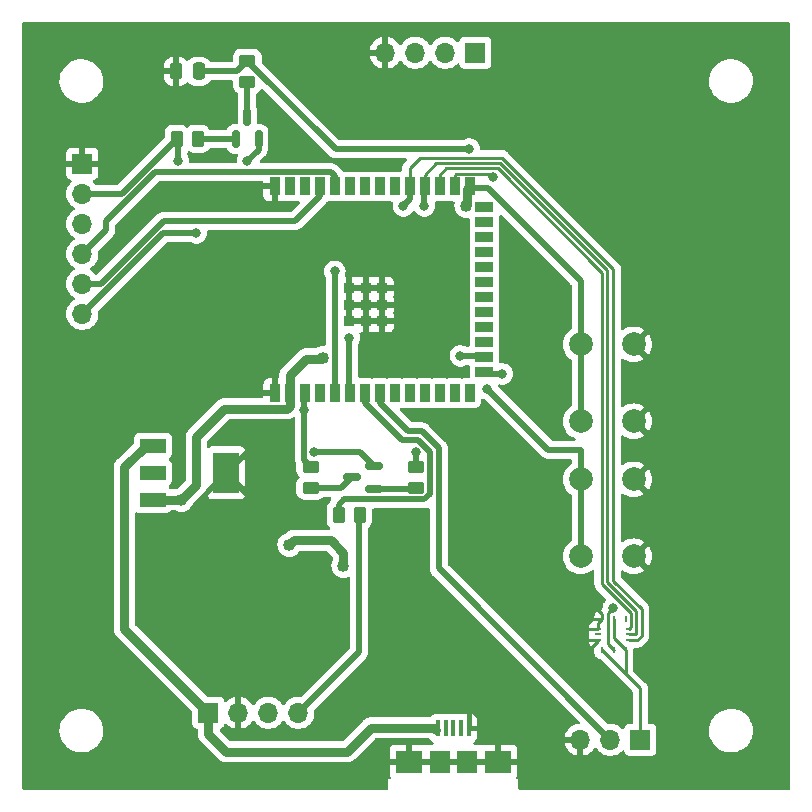
<source format=gbr>
%TF.GenerationSoftware,KiCad,Pcbnew,7.0.10*%
%TF.CreationDate,2024-03-01T12:09:53-06:00*%
%TF.ProjectId,ESP32,45535033-322e-46b6-9963-61645f706362,rev?*%
%TF.SameCoordinates,Original*%
%TF.FileFunction,Copper,L1,Top*%
%TF.FilePolarity,Positive*%
%FSLAX46Y46*%
G04 Gerber Fmt 4.6, Leading zero omitted, Abs format (unit mm)*
G04 Created by KiCad (PCBNEW 7.0.10) date 2024-03-01 12:09:53*
%MOMM*%
%LPD*%
G01*
G04 APERTURE LIST*
G04 Aperture macros list*
%AMRoundRect*
0 Rectangle with rounded corners*
0 $1 Rounding radius*
0 $2 $3 $4 $5 $6 $7 $8 $9 X,Y pos of 4 corners*
0 Add a 4 corners polygon primitive as box body*
4,1,4,$2,$3,$4,$5,$6,$7,$8,$9,$2,$3,0*
0 Add four circle primitives for the rounded corners*
1,1,$1+$1,$2,$3*
1,1,$1+$1,$4,$5*
1,1,$1+$1,$6,$7*
1,1,$1+$1,$8,$9*
0 Add four rect primitives between the rounded corners*
20,1,$1+$1,$2,$3,$4,$5,0*
20,1,$1+$1,$4,$5,$6,$7,0*
20,1,$1+$1,$6,$7,$8,$9,0*
20,1,$1+$1,$8,$9,$2,$3,0*%
%AMOutline5P*
0 Free polygon, 5 corners , with rotation*
0 The origin of the aperture is its center*
0 number of corners: always 5*
0 $1 to $10 corner X, Y*
0 $11 Rotation angle, in degrees counterclockwise*
0 create outline with 5 corners*
4,1,5,$1,$2,$3,$4,$5,$6,$7,$8,$9,$10,$1,$2,$11*%
%AMOutline6P*
0 Free polygon, 6 corners , with rotation*
0 The origin of the aperture is its center*
0 number of corners: always 6*
0 $1 to $12 corner X, Y*
0 $13 Rotation angle, in degrees counterclockwise*
0 create outline with 6 corners*
4,1,6,$1,$2,$3,$4,$5,$6,$7,$8,$9,$10,$11,$12,$1,$2,$13*%
%AMOutline7P*
0 Free polygon, 7 corners , with rotation*
0 The origin of the aperture is its center*
0 number of corners: always 7*
0 $1 to $14 corner X, Y*
0 $15 Rotation angle, in degrees counterclockwise*
0 create outline with 7 corners*
4,1,7,$1,$2,$3,$4,$5,$6,$7,$8,$9,$10,$11,$12,$13,$14,$1,$2,$15*%
%AMOutline8P*
0 Free polygon, 8 corners , with rotation*
0 The origin of the aperture is its center*
0 number of corners: always 8*
0 $1 to $16 corner X, Y*
0 $17 Rotation angle, in degrees counterclockwise*
0 create outline with 8 corners*
4,1,8,$1,$2,$3,$4,$5,$6,$7,$8,$9,$10,$11,$12,$13,$14,$15,$16,$1,$2,$17*%
G04 Aperture macros list end*
%TA.AperFunction,ComponentPad*%
%ADD10R,1.700000X1.700000*%
%TD*%
%TA.AperFunction,ComponentPad*%
%ADD11O,1.700000X1.700000*%
%TD*%
%TA.AperFunction,SMDPad,CuDef*%
%ADD12RoundRect,0.250000X0.450000X-0.262500X0.450000X0.262500X-0.450000X0.262500X-0.450000X-0.262500X0*%
%TD*%
%TA.AperFunction,SMDPad,CuDef*%
%ADD13RoundRect,0.150000X0.150000X-0.587500X0.150000X0.587500X-0.150000X0.587500X-0.150000X-0.587500X0*%
%TD*%
%TA.AperFunction,SMDPad,CuDef*%
%ADD14R,0.250000X0.500000*%
%TD*%
%TA.AperFunction,SMDPad,CuDef*%
%ADD15R,0.500000X0.250000*%
%TD*%
%TA.AperFunction,SMDPad,CuDef*%
%ADD16Outline5P,-0.125000X0.150000X-0.025000X0.250000X0.125000X0.250000X0.125000X-0.250000X-0.125000X-0.250000X90.000000*%
%TD*%
%TA.AperFunction,SMDPad,CuDef*%
%ADD17R,0.889000X1.498600*%
%TD*%
%TA.AperFunction,SMDPad,CuDef*%
%ADD18R,1.498600X0.889000*%
%TD*%
%TA.AperFunction,SMDPad,CuDef*%
%ADD19R,0.889000X0.889000*%
%TD*%
%TA.AperFunction,SMDPad,CuDef*%
%ADD20RoundRect,0.250000X-0.262500X-0.450000X0.262500X-0.450000X0.262500X0.450000X-0.262500X0.450000X0*%
%TD*%
%TA.AperFunction,SMDPad,CuDef*%
%ADD21RoundRect,0.150000X0.587500X0.150000X-0.587500X0.150000X-0.587500X-0.150000X0.587500X-0.150000X0*%
%TD*%
%TA.AperFunction,ComponentPad*%
%ADD22C,2.000000*%
%TD*%
%TA.AperFunction,SMDPad,CuDef*%
%ADD23R,0.400000X1.400000*%
%TD*%
%TA.AperFunction,SMDPad,CuDef*%
%ADD24R,2.300000X1.900000*%
%TD*%
%TA.AperFunction,SMDPad,CuDef*%
%ADD25R,1.800000X1.900000*%
%TD*%
%TA.AperFunction,SMDPad,CuDef*%
%ADD26RoundRect,0.250000X-0.450000X0.262500X-0.450000X-0.262500X0.450000X-0.262500X0.450000X0.262500X0*%
%TD*%
%TA.AperFunction,SMDPad,CuDef*%
%ADD27RoundRect,0.250000X0.250000X0.475000X-0.250000X0.475000X-0.250000X-0.475000X0.250000X-0.475000X0*%
%TD*%
%TA.AperFunction,SMDPad,CuDef*%
%ADD28R,2.200000X1.200000*%
%TD*%
%TA.AperFunction,SMDPad,CuDef*%
%ADD29R,2.200000X3.500000*%
%TD*%
%TA.AperFunction,ViaPad*%
%ADD30C,0.800000*%
%TD*%
%TA.AperFunction,ViaPad*%
%ADD31C,1.016000*%
%TD*%
%TA.AperFunction,Conductor*%
%ADD32C,0.254000*%
%TD*%
%TA.AperFunction,Conductor*%
%ADD33C,0.508000*%
%TD*%
%TA.AperFunction,Conductor*%
%ADD34C,0.762000*%
%TD*%
%TA.AperFunction,Conductor*%
%ADD35C,0.400000*%
%TD*%
G04 APERTURE END LIST*
D10*
%TO.P,DHT22,1,Pin_1*%
%TO.N,+3V3*%
X131826000Y-128778000D03*
D11*
%TO.P,DHT22,2,Pin_2*%
%TO.N,/S*%
X129286000Y-128778000D03*
%TO.P,DHT22,3,Pin_3*%
%TO.N,GND*%
X126746000Y-128778000D03*
%TD*%
D12*
%TO.P,R5,1*%
%TO.N,Net-(Q1-C)*%
X103909500Y-107465500D03*
%TO.P,R5,2*%
%TO.N,/CHIP_PU*%
X103909500Y-105640500D03*
%TD*%
D13*
%TO.P,Q2,1,B*%
%TO.N,Net-(Q2-B)*%
X97602000Y-77899500D03*
%TO.P,Q2,2,E*%
%TO.N,/DTR*%
X99502000Y-77899500D03*
%TO.P,Q2,3,C*%
%TO.N,Net-(Q2-C)*%
X98552000Y-76024500D03*
%TD*%
D14*
%TO.P,ZMOD1,12,VDDIO*%
%TO.N,+3V3*%
X130570000Y-121158000D03*
%TO.P,ZMOD1,11,RES_N*%
%TO.N,/ZMOD_RES_N*%
X129570000Y-121158000D03*
%TO.P,ZMOD1,10,VDDH*%
%TO.N,+3V3*%
X128570000Y-121158000D03*
D15*
%TO.P,ZMOD1,9,VSS*%
%TO.N,GND*%
X128270000Y-120358000D03*
%TO.P,ZMOD1,8,n.c.*%
%TO.N,unconnected-(ZMOD1-n.c.-Pad8)*%
X128270000Y-119858000D03*
%TO.P,ZMOD1,7,VSS*%
%TO.N,GND*%
X128270000Y-119358000D03*
D14*
%TO.P,ZMOD1,6,VSS*%
X128570000Y-118558000D03*
%TO.P,ZMOD1,5,VDD*%
%TO.N,+3V3*%
X129570000Y-118558000D03*
%TO.P,ZMOD1,4,n.c.*%
%TO.N,unconnected-(ZMOD1-n.c.-Pad4)*%
X130570000Y-118558000D03*
D15*
%TO.P,ZMOD1,3,INT*%
%TO.N,/ZMOD_INT*%
X130870000Y-119358000D03*
%TO.P,ZMOD1,2,SDA*%
%TO.N,/ZMOD_SDA*%
X130870000Y-119858000D03*
D16*
%TO.P,ZMOD1,1,SCL*%
%TO.N,/ZMOD_SCL*%
X130870000Y-120358000D03*
%TD*%
D17*
%TO.P,U2,1,GND*%
%TO.N,GND*%
X100868000Y-99428000D03*
%TO.P,U2,2,3V3*%
%TO.N,+3V3*%
X102138000Y-99428000D03*
%TO.P,U2,3,EN*%
%TO.N,/CHIP_PU*%
X103408000Y-99428000D03*
%TO.P,U2,4,IO4*%
%TO.N,/VBAT_SENSE*%
X104678000Y-99428000D03*
%TO.P,U2,5,IO5*%
%TO.N,/Trig*%
X105948000Y-99428000D03*
%TO.P,U2,6,IO6*%
%TO.N,/Echo*%
X107218000Y-99428000D03*
%TO.P,U2,7,IO7*%
%TO.N,/A0*%
X108488000Y-99428000D03*
%TO.P,U2,8,IO15*%
%TO.N,/S*%
X109758000Y-99428000D03*
%TO.P,U2,9,IO16*%
%TO.N,/GPIO16*%
X111028000Y-99428000D03*
%TO.P,U2,10,IO17*%
%TO.N,/GPIO17*%
X112298000Y-99428000D03*
%TO.P,U2,11,IO18*%
%TO.N,/GPIO18*%
X113568000Y-99428000D03*
%TO.P,U2,12,IO8*%
%TO.N,/M1_FAULT*%
X114838000Y-99428000D03*
%TO.P,U2,13,IO19*%
%TO.N,/D-*%
X116108000Y-99428000D03*
%TO.P,U2,14,IO20*%
%TO.N,/D+*%
X117378000Y-99428000D03*
D18*
%TO.P,U2,15,IO3*%
%TO.N,/GPIO3_STRAPPING*%
X118628000Y-97663000D03*
%TO.P,U2,16,IO46*%
%TO.N,/GPIO46_STRAPPING*%
X118628000Y-96393000D03*
%TO.P,U2,17,IO9*%
%TO.N,/M1_EN*%
X118628000Y-95123000D03*
%TO.P,U2,18,IO10*%
%TO.N,/M1_PWM*%
X118628000Y-93853000D03*
%TO.P,U2,19,IO11*%
%TO.N,/M1_DIR*%
X118628000Y-92583000D03*
%TO.P,U2,20,IO12*%
%TO.N,/M2_FAULT*%
X118628000Y-91313000D03*
%TO.P,U2,21,IO13*%
%TO.N,/M2_EN*%
X118628000Y-90043000D03*
%TO.P,U2,22,IO14*%
%TO.N,/M2_PWM*%
X118628000Y-88773000D03*
%TO.P,U2,23,IO21*%
%TO.N,/M2_DIR*%
X118628000Y-87503000D03*
%TO.P,U2,24,IO47*%
%TO.N,/CAMERA_CS*%
X118628000Y-86233000D03*
%TO.P,U2,25,IO48*%
%TO.N,/CAMERA_MOSI*%
X118628000Y-84963000D03*
%TO.P,U2,26,IO45*%
%TO.N,/GPIO45_STRAPPING*%
X118628000Y-83693000D03*
D17*
%TO.P,U2,27,IO0*%
%TO.N,/GPIO0_STRAPPING*%
X117378000Y-81928000D03*
%TO.P,U2,28,IO35*%
%TO.N,/ZMOD_RES_N*%
X116108000Y-81928000D03*
%TO.P,U2,29,IO36*%
%TO.N,/ZMOD_INT*%
X114838000Y-81928000D03*
%TO.P,U2,30,IO37*%
%TO.N,/ZMOD_SDA*%
X113568000Y-81928000D03*
%TO.P,U2,31,IO38*%
%TO.N,/ZMOD_SCL*%
X112298000Y-81928000D03*
%TO.P,U2,32,IO39*%
%TO.N,/MTCK*%
X111028000Y-81928000D03*
%TO.P,U2,33,IO40*%
%TO.N,/MTDO*%
X109758000Y-81928000D03*
%TO.P,U2,34,IO41*%
%TO.N,/MTDI*%
X108488000Y-81928000D03*
%TO.P,U2,35,IO42*%
%TO.N,/MTMS*%
X107218000Y-81928000D03*
%TO.P,U2,36,RXD0*%
%TO.N,/RX*%
X105948000Y-81928000D03*
%TO.P,U2,37,TXD0*%
%TO.N,/TX*%
X104678000Y-81928000D03*
%TO.P,U2,38,IO2*%
%TO.N,/I_M_1*%
X103408000Y-81928000D03*
%TO.P,U2,39,IO1*%
%TO.N,/I_M_2*%
X102138000Y-81928000D03*
%TO.P,U2,40,GND*%
%TO.N,GND*%
X100868000Y-81928000D03*
D19*
%TO.P,U2,41,GND*%
X108588000Y-91928000D03*
%TO.P,U2,42,GND*%
X107188000Y-91928000D03*
%TO.P,U2,43,GND*%
X107188000Y-93328000D03*
%TO.P,U2,44,GND*%
X108588000Y-93328000D03*
%TO.P,U2,45,GND*%
X109988000Y-93328000D03*
%TO.P,U2,46,GND*%
X109988000Y-91928000D03*
%TO.P,U2,47,GND*%
X109988000Y-90528000D03*
%TO.P,U2,48,GND*%
X108588000Y-90528000D03*
%TO.P,U2,49,GND*%
X107188000Y-90528000D03*
%TD*%
D20*
%TO.P,R9,1*%
%TO.N,/A0*%
X106275500Y-109728000D03*
%TO.P,R9,2*%
%TO.N,Net-(MQ135-Pin_4)*%
X108100500Y-109728000D03*
%TD*%
D12*
%TO.P,R6,1*%
%TO.N,Net-(Q2-C)*%
X98552000Y-73097000D03*
%TO.P,R6,2*%
%TO.N,/GPIO0_STRAPPING*%
X98552000Y-71272000D03*
%TD*%
D10*
%TO.P,MQ135,1,Pin_1*%
%TO.N,+5V*%
X95250000Y-126492000D03*
D11*
%TO.P,MQ135,2,Pin_2*%
%TO.N,GND*%
X97790000Y-126492000D03*
%TO.P,MQ135,3,Pin_3*%
%TO.N,unconnected-(MQ135-Pin_3-Pad3)*%
X100330000Y-126492000D03*
%TO.P,MQ135,4,Pin_4*%
%TO.N,Net-(MQ135-Pin_4)*%
X102870000Y-126492000D03*
%TD*%
D21*
%TO.P,Q1,1,B*%
%TO.N,Net-(Q1-B)*%
X109292000Y-107503000D03*
%TO.P,Q1,2,E*%
%TO.N,/RTS*%
X109292000Y-105603000D03*
%TO.P,Q1,3,C*%
%TO.N,Net-(Q1-C)*%
X107417000Y-106553000D03*
%TD*%
D22*
%TO.P,SW2,1,1*%
%TO.N,GND*%
X131282000Y-95302000D03*
X131282000Y-101802000D03*
%TO.P,SW2,2,2*%
%TO.N,/GPIO0_STRAPPING*%
X126782000Y-95302000D03*
X126782000Y-101802000D03*
%TD*%
D23*
%TO.P,MicroUSB_5V1A_Wall1,1,Pin_1*%
%TO.N,+5V*%
X114700000Y-127800000D03*
%TO.P,MicroUSB_5V1A_Wall1,2,Pin_2*%
%TO.N,unconnected-(MicroUSB_5V1A_Wall1-Pin_2-Pad2)*%
X115350000Y-127800000D03*
%TO.P,MicroUSB_5V1A_Wall1,3,Pin_3*%
%TO.N,unconnected-(MicroUSB_5V1A_Wall1-Pin_3-Pad3)*%
X116000000Y-127800000D03*
%TO.P,MicroUSB_5V1A_Wall1,4,Pin_4*%
%TO.N,unconnected-(MicroUSB_5V1A_Wall1-Pin_4-Pad4)*%
X116650000Y-127800000D03*
%TO.P,MicroUSB_5V1A_Wall1,5,Pin_5*%
%TO.N,GND*%
X117300000Y-127800000D03*
D24*
%TO.P,MicroUSB_5V1A_Wall1,6,Pin_6*%
X112250000Y-130650000D03*
D25*
X114850000Y-130650000D03*
X117150000Y-130650000D03*
D24*
X119750000Y-130650000D03*
%TD*%
D26*
%TO.P,R2,1*%
%TO.N,/DTR*%
X112799500Y-105640500D03*
%TO.P,R2,2*%
%TO.N,Net-(Q1-B)*%
X112799500Y-107465500D03*
%TD*%
D10*
%TO.P,USB_UART1,1,Pin_1*%
%TO.N,GND*%
X84582000Y-80010000D03*
D11*
%TO.P,USB_UART1,2,Pin_2*%
%TO.N,/RTS*%
X84582000Y-82550000D03*
%TO.P,USB_UART1,3,Pin_3*%
%TO.N,unconnected-(USB_UART1-Pin_3-Pad3)*%
X84582000Y-85090000D03*
%TO.P,USB_UART1,4,Pin_4*%
%TO.N,/RX*%
X84582000Y-87630000D03*
%TO.P,USB_UART1,5,Pin_5*%
%TO.N,/TX*%
X84582000Y-90170000D03*
%TO.P,USB_UART1,6,Pin_6*%
%TO.N,/DTR*%
X84582000Y-92710000D03*
%TD*%
D22*
%TO.P,SW1,1,1*%
%TO.N,GND*%
X131282000Y-106732000D03*
X131282000Y-113232000D03*
%TO.P,SW1,2,2*%
%TO.N,/CHIP_PU*%
X126782000Y-106732000D03*
X126782000Y-113232000D03*
%TD*%
D27*
%TO.P,C2,1*%
%TO.N,/GPIO0_STRAPPING*%
X94422000Y-72184500D03*
%TO.P,C2,2*%
%TO.N,GND*%
X92522000Y-72184500D03*
%TD*%
D28*
%TO.P,U1,1,VI*%
%TO.N,+5V*%
X90574500Y-103872000D03*
%TO.P,U1,2,GND*%
%TO.N,unconnected-(U1-GND-Pad2)*%
X90574500Y-106172000D03*
%TO.P,U1,3,VO*%
%TO.N,+3V3*%
X90574500Y-108472000D03*
D29*
%TO.P,U1,4,ADJ*%
%TO.N,GND*%
X96774500Y-106172000D03*
%TD*%
D20*
%TO.P,R3,1*%
%TO.N,/RTS*%
X92559500Y-77899500D03*
%TO.P,R3,2*%
%TO.N,Net-(Q2-B)*%
X94384500Y-77899500D03*
%TD*%
D10*
%TO.P,HC-SR4,1,Pin_1*%
%TO.N,+5V*%
X117856000Y-70612000D03*
D11*
%TO.P,HC-SR4,2,Pin_2*%
%TO.N,/Trig*%
X115316000Y-70612000D03*
%TO.P,HC-SR4,3,Pin_3*%
%TO.N,Net-(HC-SR4-Pin_3)*%
X112776000Y-70612000D03*
%TO.P,HC-SR4,4,Pin_4*%
%TO.N,GND*%
X110236000Y-70612000D03*
%TD*%
D30*
%TO.N,GND*%
X100838000Y-83566000D03*
X90932000Y-112014000D03*
X90170000Y-83820000D03*
%TO.N,/CHIP_PU*%
X103378000Y-100838000D03*
X118872000Y-99060000D03*
%TO.N,GND*%
X138684000Y-114300000D03*
X108712000Y-80010000D03*
X123444000Y-114808000D03*
X100584000Y-109220000D03*
X95758000Y-79502000D03*
X114808000Y-87122000D03*
X104394000Y-85344000D03*
X103124000Y-121920000D03*
X84328000Y-108712000D03*
X128016000Y-74676000D03*
X138684000Y-101092000D03*
X121666000Y-109728000D03*
X111506000Y-86614000D03*
X102616000Y-115316000D03*
X101854000Y-77978000D03*
X100584000Y-86614000D03*
X111506000Y-116840000D03*
X114554000Y-122174000D03*
X122682000Y-91948000D03*
X139446000Y-84328000D03*
X113792000Y-96012000D03*
X115824000Y-102108000D03*
X108712000Y-88138000D03*
X95250000Y-120396000D03*
X84328000Y-118618000D03*
X84328000Y-100584000D03*
X113538000Y-91186000D03*
X116586000Y-74422000D03*
X103886000Y-71120000D03*
X100330000Y-93980000D03*
%TO.N,/GPIO0_STRAPPING*%
X117348000Y-78762700D03*
D31*
X117094000Y-83566000D03*
%TO.N,+3V3*%
X92964000Y-108458000D03*
X106680000Y-114047000D03*
X104949433Y-96434247D03*
X102108000Y-112268000D03*
D30*
%TO.N,/Trig*%
X105948000Y-89124000D03*
%TO.N,/RTS*%
X104232000Y-104394000D03*
X92710000Y-79756000D03*
%TO.N,/DTR*%
X94234000Y-85852000D03*
X98552000Y-79756000D03*
X112799500Y-104394000D03*
%TO.N,/GPIO46_STRAPPING*%
X116586000Y-96266000D03*
%TO.N,/GPIO3_STRAPPING*%
X120142000Y-97790000D03*
%TO.N,/Echo*%
X107188000Y-94742000D03*
%TO.N,/ZMOD_RES_N*%
X119366881Y-81124700D03*
X129533933Y-117608067D03*
%TO.N,/ZMOD_SDA*%
X113538000Y-83566000D03*
%TO.N,/ZMOD_SCL*%
X111760000Y-83566000D03*
%TD*%
D32*
%TO.N,GND*%
X128570000Y-118156000D02*
X128143000Y-117729000D01*
X128570000Y-118558000D02*
X127702000Y-118558000D01*
X127702000Y-118558000D02*
X127508000Y-118364000D01*
X128270000Y-118858000D02*
X128570000Y-118558000D01*
X128270000Y-119358000D02*
X128270000Y-118858000D01*
X128570000Y-118558000D02*
X128570000Y-118156000D01*
X128270000Y-120396000D02*
X127508000Y-121158000D01*
X128270000Y-120358000D02*
X128270000Y-120396000D01*
X127022000Y-119358000D02*
X127000000Y-119380000D01*
X128270000Y-119358000D02*
X127022000Y-119358000D01*
X127216000Y-120358000D02*
X127000000Y-120142000D01*
X128270000Y-120358000D02*
X127216000Y-120358000D01*
%TO.N,/ZMOD_RES_N*%
X129116000Y-118026000D02*
X129533933Y-117608067D01*
X129116000Y-120704000D02*
X129116000Y-118026000D01*
X129570000Y-121158000D02*
X129116000Y-120704000D01*
D33*
%TO.N,/DTR*%
X91440000Y-85852000D02*
X84582000Y-92710000D01*
X94234000Y-85852000D02*
X91440000Y-85852000D01*
%TO.N,/TX*%
X104678000Y-82759800D02*
X104678000Y-81928000D01*
X91454736Y-84836000D02*
X102601800Y-84836000D01*
X102601800Y-84836000D02*
X104678000Y-82759800D01*
X86120736Y-90170000D02*
X91454736Y-84836000D01*
X84582000Y-90170000D02*
X86120736Y-90170000D01*
D34*
%TO.N,+5V*%
X88138000Y-119380000D02*
X95250000Y-126492000D01*
X88138000Y-105664000D02*
X88138000Y-119380000D01*
X89930000Y-103872000D02*
X88138000Y-105664000D01*
X90574500Y-103872000D02*
X89930000Y-103872000D01*
%TO.N,+3V3*%
X96599700Y-100758300D02*
X101893500Y-100758300D01*
X94234000Y-103124000D02*
X96599700Y-100758300D01*
X101893500Y-100758300D02*
X102138000Y-100513800D01*
X92964000Y-108458000D02*
X94234000Y-107188000D01*
X94234000Y-107188000D02*
X94234000Y-103124000D01*
X102138000Y-100513800D02*
X102138000Y-99428000D01*
D33*
%TO.N,/RX*%
X105948000Y-81056000D02*
X105948000Y-81928000D01*
X105616700Y-80724700D02*
X105948000Y-81056000D01*
X86624264Y-84836000D02*
X90735564Y-80724700D01*
X90735564Y-80724700D02*
X105616700Y-80724700D01*
X86614000Y-84836000D02*
X86624264Y-84836000D01*
X86614000Y-85598000D02*
X86614000Y-84836000D01*
X84582000Y-87630000D02*
X86614000Y-85598000D01*
D34*
%TO.N,+3V3*%
X90588500Y-108458000D02*
X90574500Y-108472000D01*
X92964000Y-108458000D02*
X90588500Y-108458000D01*
D33*
%TO.N,/CHIP_PU*%
X126782000Y-106732000D02*
X126782000Y-104229000D01*
X103378000Y-99458000D02*
X103408000Y-99428000D01*
X103378000Y-105109000D02*
X103909500Y-105640500D01*
X126782000Y-104229000D02*
X124041000Y-104229000D01*
X126782000Y-106732000D02*
X126782000Y-113232000D01*
X103378000Y-100838000D02*
X103378000Y-105109000D01*
X103378000Y-100838000D02*
X103378000Y-99458000D01*
X124041000Y-104229000D02*
X118872000Y-99060000D01*
D32*
%TO.N,GND*%
X117310000Y-127800000D02*
X117348000Y-127762000D01*
X117300000Y-127800000D02*
X117310000Y-127800000D01*
D35*
X117300000Y-127800000D02*
X117300000Y-126238000D01*
D33*
%TO.N,/GPIO0_STRAPPING*%
X97639500Y-72184500D02*
X98552000Y-71272000D01*
D34*
X117094000Y-83566000D02*
X117133500Y-83526500D01*
D33*
X106042700Y-78762700D02*
X117348000Y-78762700D01*
X126782000Y-95302000D02*
X126782000Y-101802000D01*
D34*
X117133500Y-82172500D02*
X117378000Y-81928000D01*
D33*
X98552000Y-71272000D02*
X106042700Y-78762700D01*
X117526501Y-82076501D02*
X118886501Y-82076501D01*
X117378000Y-81928000D02*
X117526501Y-82076501D01*
X126782000Y-89972000D02*
X126782000Y-95302000D01*
X118886501Y-82076501D02*
X126782000Y-89972000D01*
X94422000Y-72184500D02*
X97639500Y-72184500D01*
D34*
X117133500Y-83526500D02*
X117133500Y-82172500D01*
D32*
%TO.N,+3V3*%
X130570000Y-121158000D02*
X130570000Y-123158000D01*
X131087000Y-123675000D02*
X131826000Y-124414000D01*
X129570000Y-118558000D02*
X129570000Y-120158000D01*
X129570000Y-120158000D02*
X130570000Y-121158000D01*
X130570000Y-123158000D02*
X131087000Y-123675000D01*
X131826000Y-124414000D02*
X131826000Y-128778000D01*
D34*
X102108000Y-112268000D02*
X102507000Y-111869000D01*
X102507000Y-111869000D02*
X105607079Y-111869000D01*
X104949433Y-96434247D02*
X104949433Y-96472567D01*
X103534700Y-96520000D02*
X102138000Y-97916700D01*
X106680000Y-112941921D02*
X106680000Y-114047000D01*
X104902000Y-96520000D02*
X103534700Y-96520000D01*
X105607079Y-111869000D02*
X106680000Y-112941921D01*
X104949433Y-96472567D02*
X104902000Y-96520000D01*
D32*
X128570000Y-121158000D02*
X131087000Y-123675000D01*
D34*
X102138000Y-97916700D02*
X102138000Y-99428000D01*
%TO.N,+5V*%
X106963000Y-129794000D02*
X108995000Y-127762000D01*
X95250000Y-128270000D02*
X96774000Y-129794000D01*
X108995000Y-127762000D02*
X114357000Y-127762000D01*
X114357000Y-127762000D02*
X114518000Y-127923000D01*
X96774000Y-129794000D02*
X106963000Y-129794000D01*
X95250000Y-126492000D02*
X95250000Y-128270000D01*
D33*
%TO.N,/S*%
X113338000Y-102670000D02*
X112168200Y-102670000D01*
X114754000Y-114246000D02*
X114754000Y-104086000D01*
X129286000Y-128778000D02*
X114754000Y-114246000D01*
X114754000Y-104086000D02*
X113338000Y-102670000D01*
X109758000Y-100259800D02*
X109758000Y-99428000D01*
X112168200Y-102670000D02*
X109758000Y-100259800D01*
%TO.N,/Trig*%
X105948000Y-89124000D02*
X105948000Y-99428000D01*
%TO.N,Net-(MQ135-Pin_4)*%
X102870000Y-126492000D02*
X107997000Y-121365000D01*
X107997000Y-121365000D02*
X107997000Y-109831500D01*
X107997000Y-109831500D02*
X108100500Y-109728000D01*
%TO.N,Net-(Q1-B)*%
X109292000Y-107503000D02*
X112762000Y-107503000D01*
X112762000Y-107503000D02*
X112799500Y-107465500D01*
%TO.N,/RTS*%
X92559500Y-77899500D02*
X87909000Y-82550000D01*
X108083000Y-104394000D02*
X104232000Y-104394000D01*
X109292000Y-105603000D02*
X108083000Y-104394000D01*
X87909000Y-82550000D02*
X84582000Y-82550000D01*
X92710000Y-79756000D02*
X92710000Y-78050000D01*
X92710000Y-78050000D02*
X92559500Y-77899500D01*
%TO.N,Net-(Q1-C)*%
X106504500Y-107465500D02*
X107417000Y-106553000D01*
X103909500Y-107465500D02*
X106504500Y-107465500D01*
%TO.N,Net-(Q2-B)*%
X97602000Y-77899500D02*
X94384500Y-77899500D01*
%TO.N,/DTR*%
X99502000Y-78806000D02*
X99502000Y-77899500D01*
X112799500Y-104394000D02*
X112799500Y-105640500D01*
X98552000Y-79756000D02*
X99502000Y-78806000D01*
%TO.N,Net-(Q2-C)*%
X98552000Y-73097000D02*
X98552000Y-76024500D01*
%TO.N,/GPIO46_STRAPPING*%
X116586000Y-96266000D02*
X118501000Y-96266000D01*
X118501000Y-96266000D02*
X118628000Y-96393000D01*
%TO.N,/GPIO3_STRAPPING*%
X120142000Y-97790000D02*
X118755000Y-97790000D01*
X118755000Y-97790000D02*
X118628000Y-97663000D01*
%TO.N,/A0*%
X114046000Y-107934034D02*
X114046000Y-104394000D01*
X108488000Y-100259800D02*
X108488000Y-99428000D01*
X113548034Y-108432000D02*
X114046000Y-107934034D01*
X106275500Y-108862500D02*
X106706000Y-108432000D01*
X111606200Y-103378000D02*
X108488000Y-100259800D01*
X106275500Y-109728000D02*
X106275500Y-108862500D01*
X113030000Y-103378000D02*
X111606200Y-103378000D01*
X106706000Y-108432000D02*
X113548034Y-108432000D01*
X114046000Y-104394000D02*
X113030000Y-103378000D01*
%TO.N,/Echo*%
X107188000Y-94742000D02*
X107188000Y-99398000D01*
X107188000Y-99398000D02*
X107218000Y-99428000D01*
D32*
%TO.N,/ZMOD_RES_N*%
X116181000Y-80851700D02*
X116108000Y-80924700D01*
X119093881Y-80851700D02*
X116181000Y-80851700D01*
X119366881Y-81124700D02*
X119093881Y-80851700D01*
X116108000Y-80924700D02*
X116108000Y-81928000D01*
%TO.N,/ZMOD_INT*%
X114838000Y-80924700D02*
X114838000Y-81928000D01*
X115365000Y-80397700D02*
X114838000Y-80924700D01*
X131022000Y-118068000D02*
X128578000Y-115624000D01*
X128578000Y-115624000D02*
X128578000Y-89222104D01*
X131022000Y-119206000D02*
X131022000Y-118068000D01*
X130870000Y-119358000D02*
X131022000Y-119206000D01*
X128578000Y-89222104D02*
X119753596Y-80397700D01*
X119753596Y-80397700D02*
X115365000Y-80397700D01*
%TO.N,/ZMOD_SDA*%
X114549000Y-79943700D02*
X119941648Y-79943700D01*
X131476000Y-117879948D02*
X131476000Y-119781000D01*
X113568000Y-81928000D02*
X113568000Y-80924700D01*
X119941648Y-79943700D02*
X129032000Y-89034052D01*
X129032000Y-115435948D02*
X131476000Y-117879948D01*
X129032000Y-89034052D02*
X129032000Y-115435948D01*
X113568000Y-80924700D02*
X114549000Y-79943700D01*
X131476000Y-119781000D02*
X131399000Y-119858000D01*
X131399000Y-119858000D02*
X130870000Y-119858000D01*
D33*
X113538000Y-83566000D02*
X113538000Y-81958000D01*
X113538000Y-81958000D02*
X113568000Y-81928000D01*
D32*
%TO.N,/ZMOD_SCL*%
X120129700Y-79489700D02*
X113161500Y-79489700D01*
X131930000Y-119969052D02*
X131930000Y-117691895D01*
X130870000Y-120358000D02*
X131541052Y-120358000D01*
D33*
X111760000Y-83566000D02*
X112298000Y-83028000D01*
X112298000Y-83028000D02*
X112298000Y-81928000D01*
D32*
X131541052Y-120358000D02*
X131930000Y-119969052D01*
X131930000Y-117691895D02*
X129540000Y-115301895D01*
X112298000Y-80353200D02*
X112298000Y-81928000D01*
X113161500Y-79489700D02*
X112298000Y-80353200D01*
X129540000Y-88900000D02*
X120129700Y-79489700D01*
X129540000Y-115301895D02*
X129540000Y-88900000D01*
D33*
%TO.N,/RX*%
X105918000Y-81898000D02*
X105948000Y-81928000D01*
%TD*%
%TA.AperFunction,Conductor*%
%TO.N,GND*%
G36*
X118508245Y-99892523D02*
G01*
X118589712Y-99928794D01*
X118645586Y-99940670D01*
X118708060Y-99974398D01*
X118708485Y-99974822D01*
X123456058Y-104722396D01*
X123468031Y-104736250D01*
X123482602Y-104755822D01*
X123521168Y-104788182D01*
X123529261Y-104795599D01*
X123533235Y-104799573D01*
X123557952Y-104819117D01*
X123560767Y-104821409D01*
X123619147Y-104870396D01*
X123619149Y-104870397D01*
X123625279Y-104874429D01*
X123625244Y-104874480D01*
X123631697Y-104878591D01*
X123631729Y-104878540D01*
X123637972Y-104882391D01*
X123637979Y-104882394D01*
X123637980Y-104882395D01*
X123707039Y-104914597D01*
X123710330Y-104916190D01*
X123778434Y-104950394D01*
X123778437Y-104950394D01*
X123778438Y-104950395D01*
X123785331Y-104952904D01*
X123785309Y-104952962D01*
X123792538Y-104955475D01*
X123792558Y-104955416D01*
X123799519Y-104957722D01*
X123799521Y-104957722D01*
X123799527Y-104957725D01*
X123874225Y-104973147D01*
X123877667Y-104973911D01*
X123951877Y-104991500D01*
X123959166Y-104992352D01*
X123959158Y-104992412D01*
X123966774Y-104993190D01*
X123966780Y-104993129D01*
X123974084Y-104993767D01*
X123974092Y-104993769D01*
X124049038Y-104991588D01*
X124050255Y-104991553D01*
X124053919Y-104991500D01*
X125893500Y-104991500D01*
X125961621Y-105011502D01*
X126008114Y-105065158D01*
X126019500Y-105117500D01*
X126019500Y-105359486D01*
X125999498Y-105427607D01*
X125959335Y-105466918D01*
X125892591Y-105507818D01*
X125892580Y-105507826D01*
X125712030Y-105662030D01*
X125557826Y-105842580D01*
X125557825Y-105842582D01*
X125433759Y-106045038D01*
X125342894Y-106264407D01*
X125308286Y-106408562D01*
X125287465Y-106495289D01*
X125268835Y-106732000D01*
X125287465Y-106968711D01*
X125299347Y-107018202D01*
X125342894Y-107199592D01*
X125425245Y-107398405D01*
X125433760Y-107418963D01*
X125548310Y-107605891D01*
X125557825Y-107621417D01*
X125557826Y-107621419D01*
X125712030Y-107801969D01*
X125892107Y-107955769D01*
X125892584Y-107956176D01*
X125959334Y-107997080D01*
X126006966Y-108049727D01*
X126019500Y-108104513D01*
X126019500Y-111859486D01*
X125999498Y-111927607D01*
X125959335Y-111966918D01*
X125892591Y-112007818D01*
X125892580Y-112007826D01*
X125712030Y-112162030D01*
X125557826Y-112342580D01*
X125557825Y-112342582D01*
X125433759Y-112545038D01*
X125342894Y-112764407D01*
X125288674Y-112990252D01*
X125287465Y-112995289D01*
X125268835Y-113232000D01*
X125287465Y-113468711D01*
X125300551Y-113523218D01*
X125342894Y-113699592D01*
X125342895Y-113699594D01*
X125433760Y-113918963D01*
X125548310Y-114105891D01*
X125557825Y-114121417D01*
X125557826Y-114121419D01*
X125712030Y-114301969D01*
X125892107Y-114455769D01*
X125892584Y-114456176D01*
X126095037Y-114580240D01*
X126314406Y-114671105D01*
X126545289Y-114726535D01*
X126782000Y-114745165D01*
X127018711Y-114726535D01*
X127249594Y-114671105D01*
X127468963Y-114580240D01*
X127671416Y-114456176D01*
X127734670Y-114402151D01*
X127799459Y-114373121D01*
X127869659Y-114383726D01*
X127922981Y-114430601D01*
X127942500Y-114497963D01*
X127942500Y-115539931D01*
X127940748Y-115555801D01*
X127941038Y-115555829D01*
X127940292Y-115563720D01*
X127942438Y-115632011D01*
X127942500Y-115635969D01*
X127942500Y-115663987D01*
X127943011Y-115668038D01*
X127943940Y-115679847D01*
X127945334Y-115724202D01*
X127945335Y-115724207D01*
X127951014Y-115743756D01*
X127955021Y-115763107D01*
X127957572Y-115783295D01*
X127957572Y-115783296D01*
X127973906Y-115824553D01*
X127977749Y-115835779D01*
X127990129Y-115878390D01*
X127990131Y-115878395D01*
X128000492Y-115895914D01*
X128009189Y-115913666D01*
X128016681Y-115932588D01*
X128042765Y-115968490D01*
X128049281Y-115978410D01*
X128071865Y-116016597D01*
X128071868Y-116016601D01*
X128086250Y-116030983D01*
X128099090Y-116046016D01*
X128111055Y-116062483D01*
X128111057Y-116062486D01*
X128145248Y-116090772D01*
X128154027Y-116098760D01*
X128867406Y-116812138D01*
X128901431Y-116874451D01*
X128896367Y-116945266D01*
X128871948Y-116985544D01*
X128794894Y-117071121D01*
X128794891Y-117071125D01*
X128710595Y-117217131D01*
X128699406Y-117236511D01*
X128693916Y-117253408D01*
X128640390Y-117418139D01*
X128622697Y-117586483D01*
X128601250Y-117642360D01*
X128601600Y-117642553D01*
X128600199Y-117645100D01*
X128599331Y-117647363D01*
X128597785Y-117649490D01*
X128587976Y-117667332D01*
X128577124Y-117683850D01*
X128564654Y-117699925D01*
X128564649Y-117699933D01*
X128554215Y-117724045D01*
X128508802Y-117778618D01*
X128441094Y-117799975D01*
X128438580Y-117800000D01*
X128396402Y-117800000D01*
X128335906Y-117806505D01*
X128199035Y-117857555D01*
X128199034Y-117857555D01*
X128082095Y-117945095D01*
X127994555Y-118062034D01*
X127994555Y-118062035D01*
X127943505Y-118198906D01*
X127937000Y-118259402D01*
X127937000Y-118634289D01*
X127916998Y-118702410D01*
X127863342Y-118748903D01*
X127855033Y-118752345D01*
X127774033Y-118782556D01*
X127657095Y-118870095D01*
X127569555Y-118987034D01*
X127569555Y-118987035D01*
X127518505Y-119123906D01*
X127512000Y-119184402D01*
X127512000Y-119531585D01*
X127512001Y-119531605D01*
X127518513Y-119592182D01*
X127518513Y-119619116D01*
X127511501Y-119684347D01*
X127511500Y-119684367D01*
X127511500Y-120031632D01*
X127511501Y-120031652D01*
X127518513Y-120096884D01*
X127518513Y-120123818D01*
X127512001Y-120184394D01*
X127512000Y-120184414D01*
X127512000Y-120531597D01*
X127518505Y-120592093D01*
X127569555Y-120728964D01*
X127569555Y-120728965D01*
X127657095Y-120845904D01*
X127774034Y-120933444D01*
X127851403Y-120962301D01*
X127908239Y-121004848D01*
X127933050Y-121071368D01*
X127932812Y-121092212D01*
X127932291Y-121097715D01*
X127936438Y-121229658D01*
X127936500Y-121233615D01*
X127936500Y-121456649D01*
X127943009Y-121517196D01*
X127943011Y-121517204D01*
X127994110Y-121654202D01*
X127994112Y-121654207D01*
X128081738Y-121771261D01*
X128198792Y-121858887D01*
X128198794Y-121858888D01*
X128198796Y-121858889D01*
X128257077Y-121880627D01*
X128335795Y-121909988D01*
X128335803Y-121909990D01*
X128389597Y-121915773D01*
X128455189Y-121942941D01*
X128465224Y-121951956D01*
X130078252Y-123564984D01*
X130091095Y-123580021D01*
X130103054Y-123596483D01*
X130103056Y-123596485D01*
X130103058Y-123596487D01*
X130137261Y-123624782D01*
X130146030Y-123632763D01*
X131153595Y-124640328D01*
X131187621Y-124702640D01*
X131190500Y-124729423D01*
X131190500Y-127293500D01*
X131170498Y-127361621D01*
X131116842Y-127408114D01*
X131064500Y-127419500D01*
X130927350Y-127419500D01*
X130866803Y-127426009D01*
X130866795Y-127426011D01*
X130729797Y-127477110D01*
X130729792Y-127477112D01*
X130612738Y-127564738D01*
X130525112Y-127681792D01*
X130525111Y-127681795D01*
X130481000Y-127800058D01*
X130438453Y-127856893D01*
X130371932Y-127881703D01*
X130302558Y-127866611D01*
X130270246Y-127841363D01*
X130209240Y-127775094D01*
X130209239Y-127775093D01*
X130209237Y-127775091D01*
X130127382Y-127711381D01*
X130031576Y-127636811D01*
X129833574Y-127529658D01*
X129833572Y-127529657D01*
X129833571Y-127529656D01*
X129620639Y-127456557D01*
X129620630Y-127456555D01*
X129542190Y-127443466D01*
X129398569Y-127419500D01*
X129173431Y-127419500D01*
X129152805Y-127422941D01*
X129093773Y-127432791D01*
X129023289Y-127424272D01*
X128983942Y-127397604D01*
X115553405Y-113967067D01*
X115519379Y-113904755D01*
X115516500Y-113877972D01*
X115516500Y-104150727D01*
X115517830Y-104132467D01*
X115518153Y-104130257D01*
X115521366Y-104108327D01*
X115516980Y-104058197D01*
X115516500Y-104047214D01*
X115516500Y-104041588D01*
X115516461Y-104041253D01*
X115512839Y-104010273D01*
X115512470Y-104006658D01*
X115509399Y-103971555D01*
X115505830Y-103930759D01*
X115505828Y-103930755D01*
X115504346Y-103923574D01*
X115504407Y-103923561D01*
X115502750Y-103916085D01*
X115502691Y-103916100D01*
X115500998Y-103908959D01*
X115500998Y-103908958D01*
X115474913Y-103837289D01*
X115473725Y-103833871D01*
X115449765Y-103761559D01*
X115449761Y-103761552D01*
X115446661Y-103754904D01*
X115446717Y-103754877D01*
X115443380Y-103747985D01*
X115443324Y-103748014D01*
X115440030Y-103741454D01*
X115418289Y-103708400D01*
X115398148Y-103677777D01*
X115396232Y-103674771D01*
X115356188Y-103609850D01*
X115356185Y-103609847D01*
X115351642Y-103604102D01*
X115351690Y-103604063D01*
X115346845Y-103598116D01*
X115346799Y-103598156D01*
X115342086Y-103592538D01*
X115286640Y-103540228D01*
X115284012Y-103537674D01*
X113922942Y-102176604D01*
X113910970Y-102162752D01*
X113896398Y-102143178D01*
X113896396Y-102143176D01*
X113857835Y-102110819D01*
X113849733Y-102103394D01*
X113845771Y-102099432D01*
X113845767Y-102099429D01*
X113845765Y-102099427D01*
X113821062Y-102079894D01*
X113818222Y-102077581D01*
X113759855Y-102028605D01*
X113753728Y-102024576D01*
X113753761Y-102024524D01*
X113747303Y-102020410D01*
X113747272Y-102020461D01*
X113741019Y-102016604D01*
X113671958Y-101984400D01*
X113668661Y-101982804D01*
X113600569Y-101948607D01*
X113593671Y-101946097D01*
X113593691Y-101946039D01*
X113586459Y-101943525D01*
X113586440Y-101943583D01*
X113579477Y-101941275D01*
X113504865Y-101925869D01*
X113501290Y-101925076D01*
X113427125Y-101907500D01*
X113419833Y-101906648D01*
X113419840Y-101906587D01*
X113412226Y-101905809D01*
X113412221Y-101905871D01*
X113404909Y-101905231D01*
X113328746Y-101907447D01*
X113325082Y-101907500D01*
X112536228Y-101907500D01*
X112468107Y-101887498D01*
X112447133Y-101870595D01*
X111473682Y-100897144D01*
X111439656Y-100834832D01*
X111444721Y-100764017D01*
X111487268Y-100707181D01*
X111549311Y-100682771D01*
X111554827Y-100682178D01*
X111581695Y-100679290D01*
X111581695Y-100679289D01*
X111581701Y-100679289D01*
X111618967Y-100665388D01*
X111689781Y-100660323D01*
X111707025Y-100665386D01*
X111744299Y-100679289D01*
X111744302Y-100679289D01*
X111744303Y-100679290D01*
X111804850Y-100685799D01*
X111804855Y-100685799D01*
X111804862Y-100685800D01*
X111804868Y-100685800D01*
X112791132Y-100685800D01*
X112791138Y-100685800D01*
X112791145Y-100685799D01*
X112791149Y-100685799D01*
X112851696Y-100679290D01*
X112851696Y-100679289D01*
X112851701Y-100679289D01*
X112888967Y-100665388D01*
X112959781Y-100660323D01*
X112977025Y-100665386D01*
X113014299Y-100679289D01*
X113014302Y-100679289D01*
X113014303Y-100679290D01*
X113074850Y-100685799D01*
X113074855Y-100685799D01*
X113074862Y-100685800D01*
X113074868Y-100685800D01*
X114061132Y-100685800D01*
X114061138Y-100685800D01*
X114061145Y-100685799D01*
X114061149Y-100685799D01*
X114121696Y-100679290D01*
X114121696Y-100679289D01*
X114121701Y-100679289D01*
X114158967Y-100665388D01*
X114229781Y-100660323D01*
X114247025Y-100665386D01*
X114284299Y-100679289D01*
X114284302Y-100679289D01*
X114284303Y-100679290D01*
X114344850Y-100685799D01*
X114344855Y-100685799D01*
X114344862Y-100685800D01*
X114344868Y-100685800D01*
X115331132Y-100685800D01*
X115331138Y-100685800D01*
X115331145Y-100685799D01*
X115331149Y-100685799D01*
X115391696Y-100679290D01*
X115391696Y-100679289D01*
X115391701Y-100679289D01*
X115428967Y-100665388D01*
X115499781Y-100660323D01*
X115517025Y-100665386D01*
X115554299Y-100679289D01*
X115554302Y-100679289D01*
X115554303Y-100679290D01*
X115614850Y-100685799D01*
X115614855Y-100685799D01*
X115614862Y-100685800D01*
X115614868Y-100685800D01*
X116601132Y-100685800D01*
X116601138Y-100685800D01*
X116601145Y-100685799D01*
X116601149Y-100685799D01*
X116661696Y-100679290D01*
X116661696Y-100679289D01*
X116661701Y-100679289D01*
X116698967Y-100665388D01*
X116769781Y-100660323D01*
X116787025Y-100665386D01*
X116824299Y-100679289D01*
X116824302Y-100679289D01*
X116824303Y-100679290D01*
X116884850Y-100685799D01*
X116884855Y-100685799D01*
X116884862Y-100685800D01*
X116884868Y-100685800D01*
X117871132Y-100685800D01*
X117871138Y-100685800D01*
X117871145Y-100685799D01*
X117871149Y-100685799D01*
X117931696Y-100679290D01*
X117931699Y-100679289D01*
X117931701Y-100679289D01*
X118068704Y-100628189D01*
X118085766Y-100615417D01*
X118185761Y-100540561D01*
X118273387Y-100423507D01*
X118273387Y-100423506D01*
X118273389Y-100423504D01*
X118324489Y-100286501D01*
X118331000Y-100225938D01*
X118331000Y-100007631D01*
X118351002Y-99939510D01*
X118404658Y-99893017D01*
X118474932Y-99882913D01*
X118508245Y-99892523D01*
G37*
%TD.AperFunction*%
%TA.AperFunction,Conductor*%
G36*
X102551443Y-101476842D02*
G01*
X102600931Y-101527749D01*
X102615500Y-101586564D01*
X102615500Y-105044271D01*
X102614170Y-105062530D01*
X102610634Y-105086668D01*
X102610634Y-105086673D01*
X102615021Y-105136817D01*
X102615500Y-105147797D01*
X102615500Y-105153420D01*
X102619155Y-105184696D01*
X102619527Y-105188337D01*
X102626168Y-105264236D01*
X102627652Y-105271423D01*
X102627593Y-105271435D01*
X102629251Y-105278916D01*
X102629310Y-105278903D01*
X102631002Y-105286043D01*
X102657070Y-105357666D01*
X102658272Y-105361126D01*
X102682234Y-105433438D01*
X102685335Y-105440088D01*
X102685280Y-105440113D01*
X102692530Y-105455086D01*
X102693400Y-105457476D01*
X102701000Y-105500575D01*
X102701000Y-105953544D01*
X102711612Y-106057425D01*
X102767385Y-106225738D01*
X102860470Y-106376652D01*
X102860475Y-106376658D01*
X102947722Y-106463905D01*
X102981748Y-106526217D01*
X102976683Y-106597032D01*
X102947722Y-106642095D01*
X102860475Y-106729341D01*
X102860470Y-106729347D01*
X102767385Y-106880262D01*
X102711613Y-107048572D01*
X102711612Y-107048579D01*
X102701000Y-107152446D01*
X102701000Y-107778544D01*
X102711612Y-107882425D01*
X102767385Y-108050738D01*
X102860470Y-108201652D01*
X102860475Y-108201658D01*
X102985841Y-108327024D01*
X102985847Y-108327029D01*
X102985848Y-108327030D01*
X103136762Y-108420115D01*
X103305074Y-108475887D01*
X103408955Y-108486500D01*
X104410044Y-108486499D01*
X104513926Y-108475887D01*
X104682238Y-108420115D01*
X104833152Y-108327030D01*
X104895278Y-108264903D01*
X104957588Y-108230880D01*
X104984372Y-108228000D01*
X105542328Y-108228000D01*
X105610449Y-108248002D01*
X105656942Y-108301658D01*
X105667046Y-108371932D01*
X105638852Y-108434989D01*
X105634104Y-108440647D01*
X105630074Y-108446775D01*
X105630023Y-108446742D01*
X105625905Y-108453206D01*
X105625955Y-108453237D01*
X105622105Y-108459478D01*
X105589894Y-108528554D01*
X105588298Y-108531851D01*
X105554105Y-108599934D01*
X105551595Y-108606832D01*
X105551539Y-108606811D01*
X105549025Y-108614045D01*
X105549082Y-108614064D01*
X105546776Y-108621021D01*
X105541258Y-108647746D01*
X105507893Y-108710414D01*
X105506957Y-108711360D01*
X105413970Y-108804347D01*
X105320885Y-108955262D01*
X105265113Y-109123572D01*
X105265112Y-109123579D01*
X105254500Y-109227446D01*
X105254500Y-110228544D01*
X105265112Y-110332425D01*
X105320885Y-110500738D01*
X105413970Y-110651652D01*
X105413975Y-110651658D01*
X105526722Y-110764405D01*
X105560748Y-110826717D01*
X105555683Y-110897532D01*
X105513136Y-110954368D01*
X105446616Y-110979179D01*
X105437627Y-110979500D01*
X102586925Y-110979500D01*
X102567215Y-110977949D01*
X102553806Y-110975825D01*
X102489822Y-110979179D01*
X102487006Y-110979327D01*
X102480414Y-110979500D01*
X102460380Y-110979500D01*
X102460376Y-110979500D01*
X102460362Y-110979501D01*
X102440451Y-110981593D01*
X102433882Y-110982110D01*
X102367086Y-110985611D01*
X102353975Y-110989124D01*
X102334545Y-110992725D01*
X102321047Y-110994144D01*
X102257417Y-111014818D01*
X102251096Y-111016690D01*
X102186475Y-111034006D01*
X102186473Y-111034006D01*
X102174378Y-111040169D01*
X102156123Y-111047730D01*
X102143221Y-111051922D01*
X102143207Y-111051929D01*
X102085271Y-111085377D01*
X102079477Y-111088523D01*
X102019876Y-111118891D01*
X102009331Y-111127431D01*
X101993042Y-111138626D01*
X101981292Y-111145410D01*
X101981281Y-111145418D01*
X101931575Y-111190172D01*
X101926569Y-111194448D01*
X101911000Y-111207057D01*
X101910991Y-111207065D01*
X101896822Y-111221233D01*
X101892043Y-111225768D01*
X101837424Y-111274948D01*
X101835627Y-111272952D01*
X101789154Y-111302481D01*
X101717118Y-111324333D01*
X101540533Y-111418720D01*
X101385748Y-111545748D01*
X101258720Y-111700533D01*
X101164334Y-111877116D01*
X101164332Y-111877122D01*
X101106206Y-112068736D01*
X101106206Y-112068738D01*
X101086582Y-112267996D01*
X101086582Y-112268003D01*
X101106206Y-112467261D01*
X101106206Y-112467263D01*
X101164332Y-112658877D01*
X101164334Y-112658883D01*
X101258720Y-112835466D01*
X101258722Y-112835469D01*
X101385748Y-112990252D01*
X101540531Y-113117278D01*
X101717120Y-113211667D01*
X101908731Y-113269792D01*
X101908735Y-113269792D01*
X101908737Y-113269793D01*
X102107997Y-113289418D01*
X102108000Y-113289418D01*
X102108003Y-113289418D01*
X102307261Y-113269793D01*
X102307263Y-113269793D01*
X102307264Y-113269792D01*
X102307269Y-113269792D01*
X102498880Y-113211667D01*
X102675469Y-113117278D01*
X102830252Y-112990252D01*
X102957278Y-112835469D01*
X102962818Y-112825105D01*
X103012569Y-112774456D01*
X103073940Y-112758500D01*
X105186445Y-112758500D01*
X105254566Y-112778502D01*
X105275540Y-112795404D01*
X105753595Y-113273458D01*
X105787620Y-113335771D01*
X105790500Y-113362554D01*
X105790500Y-113523218D01*
X105775622Y-113582613D01*
X105736334Y-113656115D01*
X105736330Y-113656124D01*
X105678208Y-113847727D01*
X105678206Y-113847738D01*
X105658582Y-114046996D01*
X105658582Y-114047003D01*
X105678206Y-114246261D01*
X105678206Y-114246263D01*
X105736332Y-114437877D01*
X105736334Y-114437883D01*
X105814441Y-114584010D01*
X105830722Y-114614469D01*
X105957748Y-114769252D01*
X106112531Y-114896278D01*
X106112533Y-114896279D01*
X106287342Y-114989717D01*
X106289120Y-114990667D01*
X106480731Y-115048792D01*
X106480735Y-115048792D01*
X106480737Y-115048793D01*
X106679997Y-115068418D01*
X106680000Y-115068418D01*
X106680003Y-115068418D01*
X106879261Y-115048793D01*
X106879263Y-115048792D01*
X106879269Y-115048792D01*
X106912663Y-115038662D01*
X107071924Y-114990351D01*
X107142918Y-114989717D01*
X107202984Y-115027566D01*
X107233052Y-115091881D01*
X107234500Y-115110925D01*
X107234500Y-120996971D01*
X107214498Y-121065092D01*
X107197595Y-121086066D01*
X103172056Y-125111604D01*
X103109744Y-125145630D01*
X103062224Y-125146791D01*
X103020630Y-125139851D01*
X102982569Y-125133500D01*
X102757431Y-125133500D01*
X102613810Y-125157466D01*
X102535369Y-125170555D01*
X102535360Y-125170557D01*
X102322428Y-125243656D01*
X102322426Y-125243658D01*
X102124426Y-125350810D01*
X102124424Y-125350811D01*
X101946762Y-125489091D01*
X101794279Y-125654729D01*
X101705483Y-125790643D01*
X101651479Y-125836731D01*
X101581131Y-125846306D01*
X101516774Y-125816329D01*
X101494517Y-125790643D01*
X101405720Y-125654729D01*
X101289570Y-125528559D01*
X101253240Y-125489094D01*
X101253239Y-125489093D01*
X101253237Y-125489091D01*
X101133367Y-125395792D01*
X101075576Y-125350811D01*
X100877574Y-125243658D01*
X100877572Y-125243657D01*
X100877571Y-125243656D01*
X100664639Y-125170557D01*
X100664630Y-125170555D01*
X100586190Y-125157466D01*
X100442569Y-125133500D01*
X100217431Y-125133500D01*
X100073810Y-125157466D01*
X99995369Y-125170555D01*
X99995360Y-125170557D01*
X99782428Y-125243656D01*
X99782426Y-125243658D01*
X99584426Y-125350810D01*
X99584424Y-125350811D01*
X99406762Y-125489091D01*
X99254279Y-125654729D01*
X99165183Y-125791101D01*
X99111179Y-125837189D01*
X99040831Y-125846764D01*
X98976474Y-125816786D01*
X98954217Y-125791100D01*
X98865327Y-125655044D01*
X98712902Y-125489465D01*
X98535301Y-125351232D01*
X98535300Y-125351231D01*
X98337371Y-125244117D01*
X98337369Y-125244116D01*
X98124512Y-125171043D01*
X98124501Y-125171040D01*
X98044000Y-125157606D01*
X98044000Y-126058325D01*
X97932315Y-126007320D01*
X97825763Y-125992000D01*
X97754237Y-125992000D01*
X97647685Y-126007320D01*
X97536000Y-126058325D01*
X97536000Y-125157607D01*
X97535999Y-125157606D01*
X97455498Y-125171040D01*
X97455487Y-125171043D01*
X97242630Y-125244116D01*
X97242628Y-125244117D01*
X97044699Y-125351231D01*
X97044698Y-125351232D01*
X96867096Y-125489465D01*
X96805951Y-125555888D01*
X96745098Y-125592459D01*
X96674134Y-125590324D01*
X96615588Y-125550163D01*
X96595195Y-125514583D01*
X96550889Y-125395796D01*
X96550887Y-125395792D01*
X96463261Y-125278738D01*
X96346207Y-125191112D01*
X96346202Y-125191110D01*
X96209204Y-125140011D01*
X96209196Y-125140009D01*
X96148649Y-125133500D01*
X96148638Y-125133500D01*
X95201633Y-125133500D01*
X95133512Y-125113498D01*
X95112538Y-125096595D01*
X89064405Y-119048462D01*
X89030379Y-118986150D01*
X89027500Y-118959367D01*
X89027500Y-109624291D01*
X89047502Y-109556170D01*
X89101158Y-109509677D01*
X89171432Y-109499573D01*
X89219810Y-109519614D01*
X89220382Y-109518568D01*
X89228293Y-109522886D01*
X89228296Y-109522889D01*
X89287375Y-109544924D01*
X89365295Y-109573988D01*
X89365303Y-109573990D01*
X89425850Y-109580499D01*
X89425855Y-109580499D01*
X89425862Y-109580500D01*
X89425868Y-109580500D01*
X91723132Y-109580500D01*
X91723138Y-109580500D01*
X91723145Y-109580499D01*
X91723149Y-109580499D01*
X91783696Y-109573990D01*
X91783699Y-109573989D01*
X91783701Y-109573989D01*
X91920704Y-109522889D01*
X91951851Y-109499573D01*
X92004990Y-109459793D01*
X92037761Y-109435261D01*
X92065662Y-109397989D01*
X92122496Y-109355445D01*
X92166529Y-109347500D01*
X92440220Y-109347500D01*
X92499615Y-109362377D01*
X92573120Y-109401667D01*
X92764731Y-109459792D01*
X92764735Y-109459792D01*
X92764737Y-109459793D01*
X92963997Y-109479418D01*
X92964000Y-109479418D01*
X92964003Y-109479418D01*
X93163261Y-109459793D01*
X93163263Y-109459793D01*
X93163264Y-109459792D01*
X93163269Y-109459792D01*
X93354880Y-109401667D01*
X93531469Y-109307278D01*
X93686252Y-109180252D01*
X93813278Y-109025469D01*
X93907667Y-108848880D01*
X93931862Y-108769117D01*
X93963339Y-108716602D01*
X94574840Y-108105101D01*
X95200607Y-108105101D01*
X95224053Y-108167961D01*
X95224055Y-108167965D01*
X95311595Y-108284904D01*
X95428534Y-108372444D01*
X95565406Y-108423494D01*
X95625902Y-108429999D01*
X95625915Y-108430000D01*
X97923085Y-108430000D01*
X97923097Y-108429999D01*
X97983593Y-108423494D01*
X98120464Y-108372444D01*
X98120465Y-108372444D01*
X98237404Y-108284904D01*
X98324944Y-108167964D01*
X98324946Y-108167960D01*
X98348391Y-108105100D01*
X96774501Y-106531210D01*
X96774499Y-106531210D01*
X95200607Y-108105100D01*
X95200607Y-108105101D01*
X94574840Y-108105101D01*
X94806458Y-107873483D01*
X94821478Y-107860654D01*
X94832470Y-107852669D01*
X94877241Y-107802943D01*
X94881763Y-107798178D01*
X94895937Y-107784006D01*
X94908553Y-107768425D01*
X94912799Y-107763453D01*
X94957585Y-107713715D01*
X94964371Y-107701959D01*
X94975578Y-107685655D01*
X94984104Y-107675127D01*
X94984106Y-107675125D01*
X95014486Y-107615498D01*
X95017621Y-107609728D01*
X95051073Y-107551788D01*
X95051075Y-107551785D01*
X95055267Y-107538879D01*
X95062831Y-107520618D01*
X95068994Y-107508525D01*
X95068994Y-107508521D01*
X95070023Y-107506504D01*
X95118773Y-107454891D01*
X95136884Y-107450406D01*
X96415289Y-106172001D01*
X97133710Y-106172001D01*
X98382499Y-107420790D01*
X98382500Y-107420790D01*
X98382500Y-104923210D01*
X98382499Y-104923209D01*
X97133710Y-106171999D01*
X97133710Y-106172001D01*
X96415289Y-106172001D01*
X96774500Y-105812790D01*
X98348391Y-104238898D01*
X98324946Y-104176039D01*
X98324944Y-104176035D01*
X98237404Y-104059095D01*
X98120465Y-103971555D01*
X97983593Y-103920505D01*
X97923097Y-103914000D01*
X95625902Y-103914000D01*
X95565406Y-103920505D01*
X95428535Y-103971555D01*
X95428534Y-103971555D01*
X95325009Y-104049054D01*
X95258489Y-104073865D01*
X95189115Y-104058773D01*
X95138912Y-104008571D01*
X95123500Y-103948186D01*
X95123500Y-103544633D01*
X95143502Y-103476512D01*
X95160405Y-103455538D01*
X96931238Y-101684705D01*
X96993550Y-101650679D01*
X97020333Y-101647800D01*
X101813575Y-101647800D01*
X101833285Y-101649350D01*
X101846690Y-101651474D01*
X101913499Y-101647972D01*
X101920093Y-101647800D01*
X101940112Y-101647800D01*
X101940120Y-101647800D01*
X101960078Y-101645701D01*
X101966541Y-101645192D01*
X102033415Y-101641689D01*
X102046520Y-101638176D01*
X102065971Y-101634572D01*
X102079456Y-101633155D01*
X102079458Y-101633154D01*
X102079460Y-101633154D01*
X102143073Y-101612484D01*
X102149402Y-101610609D01*
X102214020Y-101593295D01*
X102214019Y-101593295D01*
X102214024Y-101593294D01*
X102226113Y-101587133D01*
X102244377Y-101579568D01*
X102257285Y-101575375D01*
X102257288Y-101575373D01*
X102257289Y-101575373D01*
X102274754Y-101565289D01*
X102315229Y-101541919D01*
X102320989Y-101538791D01*
X102380625Y-101508407D01*
X102391171Y-101499865D01*
X102407459Y-101488671D01*
X102419215Y-101481885D01*
X102419217Y-101481882D01*
X102424939Y-101478580D01*
X102426213Y-101480787D01*
X102482290Y-101460770D01*
X102551443Y-101476842D01*
G37*
%TD.AperFunction*%
%TA.AperFunction,Conductor*%
G36*
X120083075Y-84354245D02*
G01*
X120100319Y-84368656D01*
X125982595Y-90250932D01*
X126016621Y-90313244D01*
X126019500Y-90340027D01*
X126019500Y-93929486D01*
X125999498Y-93997607D01*
X125959335Y-94036918D01*
X125892591Y-94077818D01*
X125892580Y-94077826D01*
X125712030Y-94232030D01*
X125557826Y-94412580D01*
X125557825Y-94412582D01*
X125433759Y-94615038D01*
X125342894Y-94834407D01*
X125307498Y-94981844D01*
X125287465Y-95065289D01*
X125268835Y-95302000D01*
X125287465Y-95538711D01*
X125298570Y-95584968D01*
X125342894Y-95769592D01*
X125405829Y-95921530D01*
X125433760Y-95988963D01*
X125548310Y-96175891D01*
X125557825Y-96191417D01*
X125557826Y-96191419D01*
X125712030Y-96371969D01*
X125892107Y-96525769D01*
X125892584Y-96526176D01*
X125959334Y-96567080D01*
X126006966Y-96619727D01*
X126019500Y-96674513D01*
X126019500Y-100429486D01*
X125999498Y-100497607D01*
X125959335Y-100536918D01*
X125892591Y-100577818D01*
X125892580Y-100577826D01*
X125712030Y-100732030D01*
X125557826Y-100912580D01*
X125557825Y-100912582D01*
X125433759Y-101115038D01*
X125342894Y-101334407D01*
X125291955Y-101546585D01*
X125287465Y-101565289D01*
X125268835Y-101802000D01*
X125287465Y-102038711D01*
X125297352Y-102079895D01*
X125342894Y-102269592D01*
X125418179Y-102451346D01*
X125433760Y-102488963D01*
X125548310Y-102675891D01*
X125557825Y-102691417D01*
X125557826Y-102691419D01*
X125712030Y-102871969D01*
X125892107Y-103025769D01*
X125892584Y-103026176D01*
X126095037Y-103150240D01*
X126273333Y-103224092D01*
X126328613Y-103268639D01*
X126351034Y-103336002D01*
X126333476Y-103404794D01*
X126281514Y-103453172D01*
X126225114Y-103466500D01*
X124409027Y-103466500D01*
X124340906Y-103446498D01*
X124319932Y-103429595D01*
X119789403Y-98899065D01*
X119758665Y-98848906D01*
X119752254Y-98829175D01*
X119750226Y-98758208D01*
X119786889Y-98697410D01*
X119850601Y-98666084D01*
X119898285Y-98666993D01*
X120046509Y-98698500D01*
X120046513Y-98698500D01*
X120237487Y-98698500D01*
X120424288Y-98658794D01*
X120598752Y-98581118D01*
X120753253Y-98468866D01*
X120753255Y-98468864D01*
X120881034Y-98326951D01*
X120881035Y-98326949D01*
X120881040Y-98326944D01*
X120976527Y-98161556D01*
X121035542Y-97979928D01*
X121055504Y-97790000D01*
X121035542Y-97600072D01*
X120976527Y-97418444D01*
X120881040Y-97253056D01*
X120881038Y-97253054D01*
X120881034Y-97253048D01*
X120753255Y-97111135D01*
X120598752Y-96998882D01*
X120424288Y-96921206D01*
X120237487Y-96881500D01*
X120046513Y-96881500D01*
X120046512Y-96881500D01*
X120037997Y-96883310D01*
X119967206Y-96877908D01*
X119910573Y-96835091D01*
X119886080Y-96768453D01*
X119885800Y-96760063D01*
X119885800Y-95899867D01*
X119885799Y-95899850D01*
X119879290Y-95839303D01*
X119879289Y-95839302D01*
X119879289Y-95839299D01*
X119865388Y-95802032D01*
X119860323Y-95731219D01*
X119865386Y-95713974D01*
X119879289Y-95676701D01*
X119880350Y-95666838D01*
X119885799Y-95616149D01*
X119885800Y-95616132D01*
X119885800Y-94629867D01*
X119885799Y-94629850D01*
X119879290Y-94569303D01*
X119879289Y-94569302D01*
X119879289Y-94569299D01*
X119865388Y-94532032D01*
X119860323Y-94461219D01*
X119865386Y-94443974D01*
X119879289Y-94406701D01*
X119882755Y-94374469D01*
X119885799Y-94346149D01*
X119885800Y-94346132D01*
X119885800Y-93359867D01*
X119885799Y-93359850D01*
X119879290Y-93299303D01*
X119879289Y-93299302D01*
X119879289Y-93299299D01*
X119865388Y-93262032D01*
X119860323Y-93191219D01*
X119865386Y-93173974D01*
X119879289Y-93136701D01*
X119885800Y-93076138D01*
X119885800Y-92089862D01*
X119882720Y-92061209D01*
X119879290Y-92029303D01*
X119879289Y-92029302D01*
X119879289Y-92029299D01*
X119865388Y-91992032D01*
X119860323Y-91921219D01*
X119865386Y-91903974D01*
X119879289Y-91866701D01*
X119885800Y-91806138D01*
X119885800Y-90819862D01*
X119879290Y-90759304D01*
X119879290Y-90759303D01*
X119879289Y-90759302D01*
X119879289Y-90759299D01*
X119865388Y-90722032D01*
X119860323Y-90651219D01*
X119865386Y-90633974D01*
X119879289Y-90596701D01*
X119885800Y-90536138D01*
X119885800Y-89549862D01*
X119882720Y-89521209D01*
X119879290Y-89489303D01*
X119879289Y-89489302D01*
X119879289Y-89489299D01*
X119865388Y-89452032D01*
X119860323Y-89381219D01*
X119865386Y-89363974D01*
X119879289Y-89326701D01*
X119880663Y-89313928D01*
X119885799Y-89266149D01*
X119885800Y-89266132D01*
X119885800Y-88279867D01*
X119885799Y-88279850D01*
X119879290Y-88219303D01*
X119879289Y-88219302D01*
X119879289Y-88219299D01*
X119865388Y-88182032D01*
X119860323Y-88111219D01*
X119865386Y-88093974D01*
X119879289Y-88056701D01*
X119885800Y-87996138D01*
X119885800Y-87009862D01*
X119882720Y-86981209D01*
X119879290Y-86949303D01*
X119879289Y-86949302D01*
X119879289Y-86949299D01*
X119865388Y-86912032D01*
X119860323Y-86841219D01*
X119865386Y-86823974D01*
X119879289Y-86786701D01*
X119885800Y-86726138D01*
X119885800Y-85739862D01*
X119885685Y-85738791D01*
X119879290Y-85679303D01*
X119879289Y-85679302D01*
X119879289Y-85679299D01*
X119865388Y-85642032D01*
X119860323Y-85571219D01*
X119865386Y-85553974D01*
X119879289Y-85516701D01*
X119883218Y-85480161D01*
X119885799Y-85456149D01*
X119885800Y-85456132D01*
X119885800Y-84469867D01*
X119885619Y-84466489D01*
X119886813Y-84466424D01*
X119898546Y-84401362D01*
X119946920Y-84349395D01*
X120015709Y-84331831D01*
X120083075Y-84354245D01*
G37*
%TD.AperFunction*%
%TA.AperFunction,Conductor*%
G36*
X99857621Y-81507202D02*
G01*
X99904114Y-81560858D01*
X99915500Y-81613200D01*
X99915500Y-81674000D01*
X100996000Y-81674000D01*
X101064121Y-81694002D01*
X101110614Y-81747658D01*
X101122000Y-81800000D01*
X101122000Y-83185300D01*
X101361085Y-83185300D01*
X101361097Y-83185299D01*
X101421595Y-83178794D01*
X101421599Y-83178793D01*
X101458248Y-83165123D01*
X101529063Y-83160056D01*
X101546305Y-83165118D01*
X101584299Y-83179289D01*
X101584302Y-83179289D01*
X101584303Y-83179290D01*
X101644850Y-83185799D01*
X101644855Y-83185799D01*
X101644862Y-83185800D01*
X101644868Y-83185800D01*
X102631132Y-83185800D01*
X102631138Y-83185800D01*
X102631145Y-83185799D01*
X102631149Y-83185799D01*
X102691696Y-83179290D01*
X102691696Y-83179289D01*
X102691701Y-83179289D01*
X102728967Y-83165388D01*
X102799781Y-83160323D01*
X102817025Y-83165386D01*
X102854299Y-83179289D01*
X102854302Y-83179289D01*
X102854303Y-83179290D01*
X102883017Y-83182376D01*
X102886688Y-83182771D01*
X102952281Y-83209938D01*
X102992773Y-83268255D01*
X102995309Y-83339206D01*
X102962318Y-83397144D01*
X102322865Y-84036596D01*
X102260555Y-84070620D01*
X102233772Y-84073500D01*
X91519464Y-84073500D01*
X91501204Y-84072170D01*
X91477065Y-84068634D01*
X91477057Y-84068634D01*
X91436649Y-84072170D01*
X91426933Y-84073020D01*
X91415952Y-84073500D01*
X91410319Y-84073500D01*
X91379027Y-84077157D01*
X91375385Y-84077529D01*
X91299498Y-84084169D01*
X91292312Y-84085653D01*
X91292300Y-84085595D01*
X91284818Y-84087254D01*
X91284832Y-84087311D01*
X91277698Y-84089001D01*
X91277694Y-84089002D01*
X91277689Y-84089003D01*
X91277688Y-84089004D01*
X91206054Y-84115075D01*
X91202622Y-84116268D01*
X91130296Y-84140235D01*
X91130290Y-84140237D01*
X91123644Y-84143336D01*
X91123619Y-84143283D01*
X91116724Y-84146621D01*
X91116751Y-84146674D01*
X91110200Y-84149964D01*
X91046519Y-84191846D01*
X91043433Y-84193812D01*
X90978584Y-84233813D01*
X90972829Y-84238364D01*
X90972792Y-84238317D01*
X90966858Y-84243150D01*
X90966897Y-84243196D01*
X90961276Y-84247913D01*
X90908964Y-84303358D01*
X90906412Y-84305984D01*
X85855139Y-89357258D01*
X85792827Y-89391284D01*
X85722012Y-89386219D01*
X85665176Y-89343672D01*
X85660567Y-89337087D01*
X85657722Y-89332732D01*
X85657720Y-89332730D01*
X85657719Y-89332728D01*
X85505237Y-89167091D01*
X85423382Y-89103381D01*
X85327576Y-89028811D01*
X85294319Y-89010813D01*
X85243929Y-88960802D01*
X85228576Y-88891485D01*
X85253136Y-88824872D01*
X85294320Y-88789186D01*
X85310823Y-88780255D01*
X85327576Y-88771189D01*
X85505240Y-88632906D01*
X85657722Y-88467268D01*
X85780860Y-88278791D01*
X85871296Y-88072616D01*
X85926564Y-87854368D01*
X85945156Y-87630000D01*
X85928183Y-87425175D01*
X85942492Y-87355637D01*
X85964655Y-87325680D01*
X87107401Y-86182935D01*
X87121240Y-86170975D01*
X87140822Y-86156398D01*
X87173177Y-86117836D01*
X87180596Y-86109740D01*
X87184573Y-86105765D01*
X87204149Y-86081004D01*
X87206395Y-86078249D01*
X87255396Y-86019853D01*
X87255396Y-86019851D01*
X87255399Y-86019849D01*
X87259430Y-86013720D01*
X87259483Y-86013755D01*
X87263595Y-86007300D01*
X87263541Y-86007267D01*
X87267389Y-86001027D01*
X87267395Y-86001020D01*
X87299620Y-85931909D01*
X87301172Y-85928704D01*
X87335394Y-85860566D01*
X87335395Y-85860563D01*
X87337907Y-85853663D01*
X87337965Y-85853684D01*
X87340477Y-85846455D01*
X87340417Y-85846435D01*
X87342720Y-85839482D01*
X87342725Y-85839473D01*
X87358147Y-85764776D01*
X87358919Y-85761300D01*
X87364003Y-85739850D01*
X87376500Y-85687123D01*
X87376500Y-85687115D01*
X87377352Y-85679834D01*
X87377412Y-85679841D01*
X87378189Y-85672229D01*
X87378129Y-85672224D01*
X87378767Y-85664916D01*
X87378769Y-85664909D01*
X87376553Y-85588745D01*
X87376500Y-85585081D01*
X87376500Y-85214291D01*
X87396502Y-85146170D01*
X87413405Y-85125196D01*
X90356602Y-82182000D01*
X99915500Y-82182000D01*
X99915500Y-82725897D01*
X99922005Y-82786393D01*
X99973055Y-82923264D01*
X99973055Y-82923265D01*
X100060595Y-83040204D01*
X100177534Y-83127744D01*
X100314406Y-83178794D01*
X100374902Y-83185299D01*
X100374915Y-83185300D01*
X100614000Y-83185300D01*
X100614000Y-82182000D01*
X99915500Y-82182000D01*
X90356602Y-82182000D01*
X91014497Y-81524105D01*
X91076809Y-81490079D01*
X91103592Y-81487200D01*
X99789500Y-81487200D01*
X99857621Y-81507202D01*
G37*
%TD.AperFunction*%
%TA.AperFunction,Conductor*%
G36*
X99870837Y-73669893D02*
G01*
X99879197Y-73677534D01*
X105457758Y-79256096D01*
X105469731Y-79269950D01*
X105483953Y-79289054D01*
X105484302Y-79289522D01*
X105522868Y-79321882D01*
X105530961Y-79329299D01*
X105534935Y-79333273D01*
X105559647Y-79352813D01*
X105562472Y-79355115D01*
X105620840Y-79404092D01*
X105626973Y-79408125D01*
X105626939Y-79408175D01*
X105633397Y-79412290D01*
X105633429Y-79412239D01*
X105639681Y-79416095D01*
X105708732Y-79448295D01*
X105712029Y-79449891D01*
X105780134Y-79484094D01*
X105787031Y-79486604D01*
X105787009Y-79486662D01*
X105794240Y-79489175D01*
X105794260Y-79489117D01*
X105801224Y-79491425D01*
X105875835Y-79506830D01*
X105879412Y-79507622D01*
X105953577Y-79525200D01*
X105953578Y-79525200D01*
X105960866Y-79526052D01*
X105960858Y-79526112D01*
X105968474Y-79526890D01*
X105968480Y-79526830D01*
X105975784Y-79527468D01*
X105975792Y-79527470D01*
X106051989Y-79525252D01*
X106055653Y-79525200D01*
X111923075Y-79525200D01*
X111991196Y-79545202D01*
X112037689Y-79598858D01*
X112047793Y-79669132D01*
X112018299Y-79733712D01*
X112012170Y-79740296D01*
X111908075Y-79844390D01*
X111895616Y-79854373D01*
X111895801Y-79854597D01*
X111889700Y-79859643D01*
X111842927Y-79909451D01*
X111840179Y-79912286D01*
X111820359Y-79932107D01*
X111820356Y-79932111D01*
X111817848Y-79935344D01*
X111810158Y-79944345D01*
X111779785Y-79976690D01*
X111779784Y-79976692D01*
X111769976Y-79994532D01*
X111759124Y-80011050D01*
X111746654Y-80027125D01*
X111746651Y-80027131D01*
X111729022Y-80067865D01*
X111723804Y-80078515D01*
X111702433Y-80117391D01*
X111702430Y-80117399D01*
X111697370Y-80137107D01*
X111690968Y-80155807D01*
X111682882Y-80174493D01*
X111682881Y-80174497D01*
X111675940Y-80218319D01*
X111673534Y-80229940D01*
X111662500Y-80272917D01*
X111662500Y-80293265D01*
X111660949Y-80312975D01*
X111657765Y-80333078D01*
X111661941Y-80377254D01*
X111662500Y-80389112D01*
X111662500Y-80545125D01*
X111642498Y-80613246D01*
X111588842Y-80659739D01*
X111524522Y-80670163D01*
X111524511Y-80670381D01*
X111523511Y-80670327D01*
X111523039Y-80670404D01*
X111521148Y-80670200D01*
X111521138Y-80670200D01*
X110534862Y-80670200D01*
X110534850Y-80670200D01*
X110474304Y-80676709D01*
X110474298Y-80676711D01*
X110437029Y-80690611D01*
X110366214Y-80695674D01*
X110348971Y-80690611D01*
X110311701Y-80676711D01*
X110311695Y-80676709D01*
X110251149Y-80670200D01*
X110251138Y-80670200D01*
X109264862Y-80670200D01*
X109264850Y-80670200D01*
X109204304Y-80676709D01*
X109204298Y-80676711D01*
X109167029Y-80690611D01*
X109096214Y-80695674D01*
X109078971Y-80690611D01*
X109041701Y-80676711D01*
X109041695Y-80676709D01*
X108981149Y-80670200D01*
X108981138Y-80670200D01*
X107994862Y-80670200D01*
X107994850Y-80670200D01*
X107934304Y-80676709D01*
X107934298Y-80676711D01*
X107897029Y-80690611D01*
X107826214Y-80695674D01*
X107808971Y-80690611D01*
X107771701Y-80676711D01*
X107771695Y-80676709D01*
X107711149Y-80670200D01*
X107711138Y-80670200D01*
X106724862Y-80670200D01*
X106724850Y-80670200D01*
X106692311Y-80673699D01*
X106622442Y-80661093D01*
X106571602Y-80614568D01*
X106550185Y-80579846D01*
X106545639Y-80574097D01*
X106545686Y-80574059D01*
X106540845Y-80568116D01*
X106540799Y-80568156D01*
X106536082Y-80562534D01*
X106480644Y-80510231D01*
X106478014Y-80507677D01*
X106201639Y-80231301D01*
X106189669Y-80217450D01*
X106175097Y-80197877D01*
X106136535Y-80165519D01*
X106128433Y-80158094D01*
X106124471Y-80154132D01*
X106124467Y-80154129D01*
X106124465Y-80154127D01*
X106099762Y-80134594D01*
X106096922Y-80132281D01*
X106038555Y-80083305D01*
X106032428Y-80079276D01*
X106032461Y-80079224D01*
X106026003Y-80075110D01*
X106025972Y-80075161D01*
X106019719Y-80071304D01*
X105950658Y-80039100D01*
X105947361Y-80037504D01*
X105879269Y-80003307D01*
X105872371Y-80000797D01*
X105872391Y-80000739D01*
X105865159Y-79998225D01*
X105865140Y-79998283D01*
X105858177Y-79995975D01*
X105783565Y-79980569D01*
X105779990Y-79979776D01*
X105705825Y-79962200D01*
X105698533Y-79961348D01*
X105698540Y-79961287D01*
X105690926Y-79960509D01*
X105690921Y-79960571D01*
X105683609Y-79959931D01*
X105607446Y-79962147D01*
X105603782Y-79962200D01*
X99728327Y-79962200D01*
X99660206Y-79942198D01*
X99613713Y-79888542D01*
X99603609Y-79818268D01*
X99633103Y-79753688D01*
X99639232Y-79747105D01*
X99995398Y-79390939D01*
X100009243Y-79378972D01*
X100028822Y-79364398D01*
X100061177Y-79325836D01*
X100068596Y-79317740D01*
X100072573Y-79313765D01*
X100092149Y-79289004D01*
X100094395Y-79286249D01*
X100143396Y-79227853D01*
X100143396Y-79227851D01*
X100143399Y-79227849D01*
X100147430Y-79221720D01*
X100147483Y-79221755D01*
X100151595Y-79215300D01*
X100151541Y-79215267D01*
X100155389Y-79209027D01*
X100155395Y-79209020D01*
X100187620Y-79139909D01*
X100189172Y-79136704D01*
X100223394Y-79068566D01*
X100223395Y-79068563D01*
X100225907Y-79061663D01*
X100225965Y-79061684D01*
X100228477Y-79054455D01*
X100228417Y-79054435D01*
X100230721Y-79047480D01*
X100230725Y-79047473D01*
X100246143Y-78972793D01*
X100246909Y-78969338D01*
X100264500Y-78895123D01*
X100264500Y-78895122D01*
X100265352Y-78887835D01*
X100265411Y-78887842D01*
X100266190Y-78880225D01*
X100266129Y-78880220D01*
X100266767Y-78872916D01*
X100266769Y-78872908D01*
X100264553Y-78796744D01*
X100264500Y-78793080D01*
X100264500Y-78756984D01*
X100269503Y-78721831D01*
X100307562Y-78590831D01*
X100310499Y-78553511D01*
X100310500Y-78553511D01*
X100310500Y-77245489D01*
X100310499Y-77245488D01*
X100307562Y-77208171D01*
X100307562Y-77208170D01*
X100307562Y-77208169D01*
X100261145Y-77048399D01*
X100261143Y-77048395D01*
X100261143Y-77048394D01*
X100176455Y-76905196D01*
X100176450Y-76905189D01*
X100058810Y-76787549D01*
X100058803Y-76787544D01*
X99915605Y-76702856D01*
X99755829Y-76656437D01*
X99718511Y-76653500D01*
X99718502Y-76653500D01*
X99486500Y-76653500D01*
X99418379Y-76633498D01*
X99371886Y-76579842D01*
X99360500Y-76527500D01*
X99360500Y-75370489D01*
X99360499Y-75370488D01*
X99357562Y-75333171D01*
X99357561Y-75333167D01*
X99319503Y-75202166D01*
X99314500Y-75167014D01*
X99314500Y-74128252D01*
X99334502Y-74060131D01*
X99374350Y-74021013D01*
X99475652Y-73958530D01*
X99601030Y-73833152D01*
X99682863Y-73700480D01*
X99735647Y-73653004D01*
X99805722Y-73641601D01*
X99870837Y-73669893D01*
G37*
%TD.AperFunction*%
%TA.AperFunction,Conductor*%
G36*
X96790632Y-78682002D02*
G01*
X96837125Y-78735658D01*
X96841582Y-78747660D01*
X96842855Y-78750604D01*
X96927544Y-78893803D01*
X96927549Y-78893810D01*
X97045189Y-79011450D01*
X97045196Y-79011455D01*
X97188394Y-79096143D01*
X97188397Y-79096143D01*
X97188399Y-79096145D01*
X97348169Y-79142562D01*
X97385488Y-79145499D01*
X97385489Y-79145500D01*
X97637189Y-79145500D01*
X97705310Y-79165502D01*
X97751803Y-79219158D01*
X97761907Y-79289432D01*
X97746308Y-79334500D01*
X97717476Y-79384438D01*
X97717473Y-79384445D01*
X97658457Y-79566072D01*
X97638496Y-79756000D01*
X97645541Y-79823030D01*
X97632769Y-79892868D01*
X97584266Y-79944715D01*
X97520231Y-79962200D01*
X93741769Y-79962200D01*
X93673648Y-79942198D01*
X93627155Y-79888542D01*
X93616459Y-79823030D01*
X93618863Y-79800156D01*
X93623504Y-79756000D01*
X93603542Y-79566072D01*
X93544527Y-79384444D01*
X93544524Y-79384438D01*
X93544524Y-79384437D01*
X93489381Y-79288926D01*
X93472500Y-79225927D01*
X93472500Y-79065823D01*
X93492502Y-78997702D01*
X93546158Y-78951209D01*
X93616432Y-78941105D01*
X93664645Y-78958582D01*
X93799259Y-79041613D01*
X93799262Y-79041615D01*
X93967574Y-79097387D01*
X94071455Y-79108000D01*
X94697544Y-79107999D01*
X94801426Y-79097387D01*
X94969738Y-79041615D01*
X95120652Y-78948530D01*
X95246030Y-78823152D01*
X95308512Y-78721852D01*
X95361298Y-78674375D01*
X95415753Y-78662000D01*
X96722511Y-78662000D01*
X96790632Y-78682002D01*
G37*
%TD.AperFunction*%
%TA.AperFunction,Conductor*%
G36*
X144441621Y-68020502D02*
G01*
X144488114Y-68074158D01*
X144499500Y-68126500D01*
X144499500Y-132873500D01*
X144479498Y-132941621D01*
X144425842Y-132988114D01*
X144373500Y-132999500D01*
X121626500Y-132999500D01*
X121558379Y-132979498D01*
X121511886Y-132925842D01*
X121500500Y-132873500D01*
X121500500Y-132125157D01*
X121500528Y-132125014D01*
X121500524Y-132125014D01*
X121500539Y-132100002D01*
X121500541Y-132100000D01*
X121500383Y-132099617D01*
X121500381Y-132099616D01*
X121500380Y-132099615D01*
X121500305Y-132099584D01*
X121500096Y-132099498D01*
X121500002Y-132099459D01*
X121475048Y-132099459D01*
X121474842Y-132099500D01*
X121412366Y-132099500D01*
X121344245Y-132079498D01*
X121297752Y-132025842D01*
X121287648Y-131955568D01*
X121311498Y-131897991D01*
X121350444Y-131845965D01*
X121350444Y-131845964D01*
X121401494Y-131709093D01*
X121407999Y-131648597D01*
X121408000Y-131648585D01*
X121408000Y-130904000D01*
X110592000Y-130904000D01*
X110592000Y-131648597D01*
X110598505Y-131709093D01*
X110649555Y-131845964D01*
X110649555Y-131845965D01*
X110688502Y-131897991D01*
X110713313Y-131964511D01*
X110698222Y-132033885D01*
X110648020Y-132084087D01*
X110587634Y-132099500D01*
X110525158Y-132099500D01*
X110524952Y-132099459D01*
X110499998Y-132099459D01*
X110499901Y-132099499D01*
X110499696Y-132099584D01*
X110499618Y-132099615D01*
X110499617Y-132099617D01*
X110499459Y-132100000D01*
X110499476Y-132125014D01*
X110499471Y-132125014D01*
X110499500Y-132125157D01*
X110499500Y-132873500D01*
X110479498Y-132941621D01*
X110425842Y-132988114D01*
X110373500Y-132999500D01*
X79626500Y-132999500D01*
X79558379Y-132979498D01*
X79511886Y-132925842D01*
X79500500Y-132873500D01*
X79500500Y-128067765D01*
X82645788Y-128067765D01*
X82675412Y-128337014D01*
X82743928Y-128599090D01*
X82849869Y-128848389D01*
X82894923Y-128922211D01*
X82990982Y-129079610D01*
X83164255Y-129287820D01*
X83365998Y-129468582D01*
X83591910Y-129618044D01*
X83837176Y-129733020D01*
X84096569Y-129811060D01*
X84096572Y-129811060D01*
X84096574Y-129811061D01*
X84364557Y-129850500D01*
X84364561Y-129850500D01*
X84567631Y-129850500D01*
X84770156Y-129835677D01*
X84770160Y-129835676D01*
X84770161Y-129835676D01*
X84880665Y-129811060D01*
X85034553Y-129776780D01*
X85287558Y-129680014D01*
X85523777Y-129547441D01*
X85738177Y-129381888D01*
X85926186Y-129186881D01*
X86083799Y-128966579D01*
X86087979Y-128958450D01*
X86207656Y-128725675D01*
X86207657Y-128725672D01*
X86247392Y-128609201D01*
X86295118Y-128469305D01*
X86327628Y-128293300D01*
X86344318Y-128202941D01*
X86344319Y-128202930D01*
X86347984Y-128102637D01*
X86354212Y-127932235D01*
X86336922Y-127775094D01*
X86324587Y-127662985D01*
X86270747Y-127457044D01*
X86256072Y-127400912D01*
X86254666Y-127397604D01*
X86150130Y-127151610D01*
X86130087Y-127118768D01*
X86009018Y-126920390D01*
X85835745Y-126712180D01*
X85835741Y-126712177D01*
X85835740Y-126712175D01*
X85634012Y-126531427D01*
X85634002Y-126531418D01*
X85408090Y-126381956D01*
X85162824Y-126266980D01*
X84998815Y-126217637D01*
X84903425Y-126188938D01*
X84635442Y-126149500D01*
X84635439Y-126149500D01*
X84432369Y-126149500D01*
X84229839Y-126164323D01*
X84229838Y-126164323D01*
X83965456Y-126223217D01*
X83965441Y-126223222D01*
X83712441Y-126319986D01*
X83476229Y-126452555D01*
X83476225Y-126452557D01*
X83332045Y-126563889D01*
X83280225Y-126603903D01*
X83261818Y-126618116D01*
X83073815Y-126813117D01*
X83073810Y-126813123D01*
X82916203Y-127033417D01*
X82916196Y-127033427D01*
X82792343Y-127274324D01*
X82792342Y-127274327D01*
X82704883Y-127530689D01*
X82704880Y-127530702D01*
X82655681Y-127797058D01*
X82655680Y-127797069D01*
X82645788Y-128067765D01*
X79500500Y-128067765D01*
X79500500Y-99174000D01*
X99915500Y-99174000D01*
X100614000Y-99174000D01*
X100614000Y-98170700D01*
X100374902Y-98170700D01*
X100314406Y-98177205D01*
X100177535Y-98228255D01*
X100177534Y-98228255D01*
X100060595Y-98315795D01*
X99973055Y-98432734D01*
X99973055Y-98432735D01*
X99922005Y-98569606D01*
X99915500Y-98630102D01*
X99915500Y-99174000D01*
X79500500Y-99174000D01*
X79500500Y-92710000D01*
X83218844Y-92710000D01*
X83237437Y-92934375D01*
X83292702Y-93152612D01*
X83292703Y-93152613D01*
X83292704Y-93152616D01*
X83357047Y-93299304D01*
X83383141Y-93358793D01*
X83506275Y-93547265D01*
X83506279Y-93547270D01*
X83658762Y-93712908D01*
X83713331Y-93755381D01*
X83836424Y-93851189D01*
X84034426Y-93958342D01*
X84034427Y-93958342D01*
X84034428Y-93958343D01*
X84128315Y-93990574D01*
X84247365Y-94031444D01*
X84469431Y-94068500D01*
X84469435Y-94068500D01*
X84694565Y-94068500D01*
X84694569Y-94068500D01*
X84916635Y-94031444D01*
X85129574Y-93958342D01*
X85327576Y-93851189D01*
X85505240Y-93712906D01*
X85657722Y-93547268D01*
X85780860Y-93358791D01*
X85871296Y-93152616D01*
X85926564Y-92934368D01*
X85945156Y-92710000D01*
X85928183Y-92505175D01*
X85942492Y-92435637D01*
X85964655Y-92405680D01*
X91718933Y-86651405D01*
X91781245Y-86617379D01*
X91808028Y-86614500D01*
X93696919Y-86614500D01*
X93765040Y-86634502D01*
X93770972Y-86638558D01*
X93777248Y-86643118D01*
X93951712Y-86720794D01*
X94138513Y-86760500D01*
X94329487Y-86760500D01*
X94516288Y-86720794D01*
X94690752Y-86643118D01*
X94845253Y-86530866D01*
X94845256Y-86530863D01*
X94845257Y-86530863D01*
X94973034Y-86388951D01*
X94973035Y-86388949D01*
X94973040Y-86388944D01*
X95068527Y-86223556D01*
X95127542Y-86041928D01*
X95147504Y-85852000D01*
X95137971Y-85761300D01*
X95135488Y-85737670D01*
X95148261Y-85667832D01*
X95196763Y-85615985D01*
X95260798Y-85598500D01*
X102537072Y-85598500D01*
X102555332Y-85599830D01*
X102557541Y-85600153D01*
X102579472Y-85603366D01*
X102625776Y-85599314D01*
X102629617Y-85598979D01*
X102640597Y-85598500D01*
X102646213Y-85598500D01*
X102660131Y-85596872D01*
X102677488Y-85594843D01*
X102681128Y-85594472D01*
X102757040Y-85587831D01*
X102757046Y-85587828D01*
X102764225Y-85586347D01*
X102764237Y-85586407D01*
X102771714Y-85584749D01*
X102771700Y-85584690D01*
X102778829Y-85582999D01*
X102778842Y-85582998D01*
X102850482Y-85556922D01*
X102853874Y-85555743D01*
X102926240Y-85531765D01*
X102926243Y-85531762D01*
X102932890Y-85528664D01*
X102932916Y-85528720D01*
X102939803Y-85525386D01*
X102939776Y-85525331D01*
X102946334Y-85522036D01*
X102946334Y-85522035D01*
X102946339Y-85522034D01*
X103010045Y-85480132D01*
X103013064Y-85478209D01*
X103077949Y-85438188D01*
X103077950Y-85438187D01*
X103083709Y-85433634D01*
X103083747Y-85433682D01*
X103089674Y-85428855D01*
X103089634Y-85428807D01*
X103095252Y-85424091D01*
X103095262Y-85424085D01*
X103147619Y-85368588D01*
X103150106Y-85366029D01*
X105171401Y-83344735D01*
X105185240Y-83332775D01*
X105204822Y-83318198D01*
X105237177Y-83279636D01*
X105244596Y-83271540D01*
X105248573Y-83267565D01*
X105268150Y-83242804D01*
X105270382Y-83240064D01*
X105284226Y-83223565D01*
X105343333Y-83184241D01*
X105394215Y-83179280D01*
X105454852Y-83185799D01*
X105454853Y-83185799D01*
X105454862Y-83185800D01*
X105454868Y-83185800D01*
X106441132Y-83185800D01*
X106441138Y-83185800D01*
X106441145Y-83185799D01*
X106441149Y-83185799D01*
X106501696Y-83179290D01*
X106501696Y-83179289D01*
X106501701Y-83179289D01*
X106538967Y-83165388D01*
X106609781Y-83160323D01*
X106627025Y-83165386D01*
X106664299Y-83179289D01*
X106664302Y-83179289D01*
X106664303Y-83179290D01*
X106724850Y-83185799D01*
X106724855Y-83185799D01*
X106724862Y-83185800D01*
X106724868Y-83185800D01*
X107711132Y-83185800D01*
X107711138Y-83185800D01*
X107711145Y-83185799D01*
X107711149Y-83185799D01*
X107771696Y-83179290D01*
X107771696Y-83179289D01*
X107771701Y-83179289D01*
X107808967Y-83165388D01*
X107879781Y-83160323D01*
X107897025Y-83165386D01*
X107934299Y-83179289D01*
X107934302Y-83179289D01*
X107934303Y-83179290D01*
X107994850Y-83185799D01*
X107994855Y-83185799D01*
X107994862Y-83185800D01*
X107994868Y-83185800D01*
X108981132Y-83185800D01*
X108981138Y-83185800D01*
X108981145Y-83185799D01*
X108981149Y-83185799D01*
X109041696Y-83179290D01*
X109041696Y-83179289D01*
X109041701Y-83179289D01*
X109078967Y-83165388D01*
X109149781Y-83160323D01*
X109167025Y-83165386D01*
X109204299Y-83179289D01*
X109204302Y-83179289D01*
X109204303Y-83179290D01*
X109264850Y-83185799D01*
X109264855Y-83185799D01*
X109264862Y-83185800D01*
X109264868Y-83185800D01*
X110251132Y-83185800D01*
X110251138Y-83185800D01*
X110251145Y-83185799D01*
X110251149Y-83185799D01*
X110311696Y-83179290D01*
X110311696Y-83179289D01*
X110311701Y-83179289D01*
X110348967Y-83165388D01*
X110419781Y-83160323D01*
X110437025Y-83165386D01*
X110474299Y-83179289D01*
X110474302Y-83179289D01*
X110474303Y-83179290D01*
X110534850Y-83185799D01*
X110534855Y-83185799D01*
X110534862Y-83185800D01*
X110754857Y-83185800D01*
X110822978Y-83205802D01*
X110869471Y-83259458D01*
X110879575Y-83329732D01*
X110874690Y-83350737D01*
X110866457Y-83376072D01*
X110846496Y-83566000D01*
X110866457Y-83755927D01*
X110887276Y-83820000D01*
X110925473Y-83937556D01*
X110944075Y-83969776D01*
X111020958Y-84102941D01*
X111020965Y-84102951D01*
X111148744Y-84244864D01*
X111184432Y-84270793D01*
X111303248Y-84357118D01*
X111477712Y-84434794D01*
X111664513Y-84474500D01*
X111855487Y-84474500D01*
X112042288Y-84434794D01*
X112216752Y-84357118D01*
X112371253Y-84244866D01*
X112372798Y-84243150D01*
X112499034Y-84102951D01*
X112499035Y-84102949D01*
X112499040Y-84102944D01*
X112539881Y-84032204D01*
X112591263Y-83983212D01*
X112660977Y-83969776D01*
X112726888Y-83996162D01*
X112758118Y-84032204D01*
X112778368Y-84067279D01*
X112798958Y-84102941D01*
X112798965Y-84102951D01*
X112926744Y-84244864D01*
X112962432Y-84270793D01*
X113081248Y-84357118D01*
X113255712Y-84434794D01*
X113442513Y-84474500D01*
X113633487Y-84474500D01*
X113820288Y-84434794D01*
X113994752Y-84357118D01*
X114149253Y-84244866D01*
X114150798Y-84243150D01*
X114277034Y-84102951D01*
X114277035Y-84102949D01*
X114277040Y-84102944D01*
X114372527Y-83937556D01*
X114431542Y-83755928D01*
X114451504Y-83566000D01*
X114431542Y-83376072D01*
X114423309Y-83350736D01*
X114421282Y-83279770D01*
X114457944Y-83218971D01*
X114521656Y-83187646D01*
X114543143Y-83185800D01*
X115331132Y-83185800D01*
X115331138Y-83185800D01*
X115331145Y-83185799D01*
X115331149Y-83185799D01*
X115391696Y-83179290D01*
X115391696Y-83179289D01*
X115391701Y-83179289D01*
X115428967Y-83165388D01*
X115499781Y-83160323D01*
X115517025Y-83165386D01*
X115554299Y-83179289D01*
X115554302Y-83179289D01*
X115554303Y-83179290D01*
X115614850Y-83185799D01*
X115614855Y-83185799D01*
X115614862Y-83185800D01*
X115977202Y-83185800D01*
X116045323Y-83205802D01*
X116091816Y-83259458D01*
X116101920Y-83329732D01*
X116097776Y-83348376D01*
X116092206Y-83366734D01*
X116072582Y-83565996D01*
X116072582Y-83566003D01*
X116092206Y-83765261D01*
X116092206Y-83765263D01*
X116150332Y-83956877D01*
X116150334Y-83956883D01*
X116235533Y-84116278D01*
X116244722Y-84133469D01*
X116371748Y-84288252D01*
X116526531Y-84415278D01*
X116703120Y-84509667D01*
X116894731Y-84567792D01*
X116894735Y-84567792D01*
X116894737Y-84567793D01*
X117093997Y-84587418D01*
X117094000Y-84587418D01*
X117094003Y-84587418D01*
X117184191Y-84578535D01*
X117231850Y-84573841D01*
X117301603Y-84587069D01*
X117353131Y-84635909D01*
X117370200Y-84699234D01*
X117370200Y-85456149D01*
X117376709Y-85516695D01*
X117376711Y-85516701D01*
X117390611Y-85553971D01*
X117395674Y-85624786D01*
X117390611Y-85642029D01*
X117376711Y-85679298D01*
X117376709Y-85679304D01*
X117370200Y-85739850D01*
X117370200Y-86726149D01*
X117376709Y-86786695D01*
X117376711Y-86786701D01*
X117390611Y-86823971D01*
X117395674Y-86894786D01*
X117390611Y-86912029D01*
X117376711Y-86949298D01*
X117376709Y-86949304D01*
X117370200Y-87009850D01*
X117370200Y-87996149D01*
X117376709Y-88056695D01*
X117376711Y-88056701D01*
X117390611Y-88093971D01*
X117395674Y-88164786D01*
X117390611Y-88182029D01*
X117376711Y-88219298D01*
X117376709Y-88219304D01*
X117370200Y-88279850D01*
X117370200Y-89266149D01*
X117376709Y-89326695D01*
X117376711Y-89326701D01*
X117390611Y-89363971D01*
X117395674Y-89434786D01*
X117390611Y-89452029D01*
X117376711Y-89489298D01*
X117376709Y-89489304D01*
X117370200Y-89549850D01*
X117370200Y-90536149D01*
X117376709Y-90596695D01*
X117376711Y-90596701D01*
X117390611Y-90633971D01*
X117395674Y-90704786D01*
X117390611Y-90722029D01*
X117376711Y-90759298D01*
X117376709Y-90759304D01*
X117370200Y-90819850D01*
X117370200Y-91806149D01*
X117376709Y-91866695D01*
X117376711Y-91866701D01*
X117390611Y-91903971D01*
X117395674Y-91974786D01*
X117390611Y-91992029D01*
X117376711Y-92029298D01*
X117376709Y-92029304D01*
X117370200Y-92089850D01*
X117370200Y-93076149D01*
X117376709Y-93136695D01*
X117376711Y-93136701D01*
X117390611Y-93173971D01*
X117395674Y-93244786D01*
X117390611Y-93262029D01*
X117376711Y-93299298D01*
X117376709Y-93299304D01*
X117370200Y-93359850D01*
X117370200Y-94346149D01*
X117376709Y-94406695D01*
X117376711Y-94406701D01*
X117390611Y-94443971D01*
X117395674Y-94514786D01*
X117390611Y-94532029D01*
X117376711Y-94569298D01*
X117376709Y-94569304D01*
X117370200Y-94629850D01*
X117370200Y-95377500D01*
X117350198Y-95445621D01*
X117296542Y-95492114D01*
X117244200Y-95503500D01*
X117123081Y-95503500D01*
X117054960Y-95483498D01*
X117049021Y-95479437D01*
X117042752Y-95474882D01*
X116868288Y-95397206D01*
X116681487Y-95357500D01*
X116490513Y-95357500D01*
X116303711Y-95397206D01*
X116129247Y-95474882D01*
X115974744Y-95587135D01*
X115846965Y-95729048D01*
X115846958Y-95729058D01*
X115761678Y-95876768D01*
X115751473Y-95894444D01*
X115749713Y-95899862D01*
X115692457Y-96076072D01*
X115672496Y-96266000D01*
X115692457Y-96455927D01*
X115706973Y-96500601D01*
X115751473Y-96637556D01*
X115751476Y-96637561D01*
X115846958Y-96802941D01*
X115846965Y-96802951D01*
X115974744Y-96944864D01*
X115974747Y-96944866D01*
X116129248Y-97057118D01*
X116303712Y-97134794D01*
X116490513Y-97174500D01*
X116681487Y-97174500D01*
X116868288Y-97134794D01*
X117042752Y-97057118D01*
X117049021Y-97052562D01*
X117115889Y-97028705D01*
X117123081Y-97028500D01*
X117245125Y-97028500D01*
X117313246Y-97048502D01*
X117359739Y-97102158D01*
X117370163Y-97166477D01*
X117370381Y-97166489D01*
X117370327Y-97167488D01*
X117370404Y-97167961D01*
X117370200Y-97169851D01*
X117370200Y-98044200D01*
X117350198Y-98112321D01*
X117296542Y-98158814D01*
X117244200Y-98170200D01*
X116884850Y-98170200D01*
X116824304Y-98176709D01*
X116824298Y-98176711D01*
X116787029Y-98190611D01*
X116716214Y-98195674D01*
X116698971Y-98190611D01*
X116661701Y-98176711D01*
X116661695Y-98176709D01*
X116601149Y-98170200D01*
X116601138Y-98170200D01*
X115614862Y-98170200D01*
X115614850Y-98170200D01*
X115554304Y-98176709D01*
X115554298Y-98176711D01*
X115517029Y-98190611D01*
X115446214Y-98195674D01*
X115428971Y-98190611D01*
X115391701Y-98176711D01*
X115391695Y-98176709D01*
X115331149Y-98170200D01*
X115331138Y-98170200D01*
X114344862Y-98170200D01*
X114344850Y-98170200D01*
X114284304Y-98176709D01*
X114284298Y-98176711D01*
X114247029Y-98190611D01*
X114176214Y-98195674D01*
X114158971Y-98190611D01*
X114121701Y-98176711D01*
X114121695Y-98176709D01*
X114061149Y-98170200D01*
X114061138Y-98170200D01*
X113074862Y-98170200D01*
X113074850Y-98170200D01*
X113014304Y-98176709D01*
X113014298Y-98176711D01*
X112977029Y-98190611D01*
X112906214Y-98195674D01*
X112888971Y-98190611D01*
X112851701Y-98176711D01*
X112851695Y-98176709D01*
X112791149Y-98170200D01*
X112791138Y-98170200D01*
X111804862Y-98170200D01*
X111804850Y-98170200D01*
X111744304Y-98176709D01*
X111744298Y-98176711D01*
X111707029Y-98190611D01*
X111636214Y-98195674D01*
X111618971Y-98190611D01*
X111581701Y-98176711D01*
X111581695Y-98176709D01*
X111521149Y-98170200D01*
X111521138Y-98170200D01*
X110534862Y-98170200D01*
X110534850Y-98170200D01*
X110474304Y-98176709D01*
X110474298Y-98176711D01*
X110437029Y-98190611D01*
X110366214Y-98195674D01*
X110348971Y-98190611D01*
X110311701Y-98176711D01*
X110311695Y-98176709D01*
X110251149Y-98170200D01*
X110251138Y-98170200D01*
X109264862Y-98170200D01*
X109264850Y-98170200D01*
X109204304Y-98176709D01*
X109204298Y-98176711D01*
X109167029Y-98190611D01*
X109096214Y-98195674D01*
X109078971Y-98190611D01*
X109041701Y-98176711D01*
X109041695Y-98176709D01*
X108981149Y-98170200D01*
X108981138Y-98170200D01*
X108076500Y-98170200D01*
X108008379Y-98150198D01*
X107961886Y-98096542D01*
X107950500Y-98044200D01*
X107950500Y-95272071D01*
X107967381Y-95209071D01*
X107978942Y-95189047D01*
X108022527Y-95113556D01*
X108081542Y-94931928D01*
X108101504Y-94742000D01*
X108081542Y-94552072D01*
X108046894Y-94445436D01*
X108044866Y-94374469D01*
X108081529Y-94313671D01*
X108145241Y-94282345D01*
X108166727Y-94280500D01*
X108334000Y-94280500D01*
X108334000Y-93582000D01*
X108842000Y-93582000D01*
X108842000Y-94280500D01*
X109081085Y-94280500D01*
X109081097Y-94280499D01*
X109141593Y-94273994D01*
X109243968Y-94235811D01*
X109314783Y-94230746D01*
X109332032Y-94235811D01*
X109434406Y-94273994D01*
X109494902Y-94280499D01*
X109494915Y-94280500D01*
X109734000Y-94280500D01*
X109734000Y-93582000D01*
X110242000Y-93582000D01*
X110242000Y-94280500D01*
X110481085Y-94280500D01*
X110481097Y-94280499D01*
X110541593Y-94273994D01*
X110678464Y-94222944D01*
X110678465Y-94222944D01*
X110795404Y-94135404D01*
X110882944Y-94018465D01*
X110882944Y-94018464D01*
X110933994Y-93881593D01*
X110940499Y-93821097D01*
X110940500Y-93821085D01*
X110940500Y-93582000D01*
X110242000Y-93582000D01*
X109734000Y-93582000D01*
X108842000Y-93582000D01*
X108334000Y-93582000D01*
X107060000Y-93582000D01*
X106991879Y-93561998D01*
X106945386Y-93508342D01*
X106934000Y-93456000D01*
X106934000Y-92182000D01*
X107442000Y-92182000D01*
X107442000Y-93074000D01*
X108334000Y-93074000D01*
X108334000Y-92182000D01*
X108842000Y-92182000D01*
X108842000Y-93074000D01*
X109734000Y-93074000D01*
X109734000Y-92182000D01*
X110242000Y-92182000D01*
X110242000Y-93074000D01*
X110940500Y-93074000D01*
X110940500Y-92834914D01*
X110940499Y-92834902D01*
X110933994Y-92774406D01*
X110895811Y-92672032D01*
X110890746Y-92601217D01*
X110895811Y-92583968D01*
X110933994Y-92481593D01*
X110940499Y-92421097D01*
X110940500Y-92421085D01*
X110940500Y-92182000D01*
X110242000Y-92182000D01*
X109734000Y-92182000D01*
X108842000Y-92182000D01*
X108334000Y-92182000D01*
X107442000Y-92182000D01*
X106934000Y-92182000D01*
X106934000Y-90782000D01*
X107442000Y-90782000D01*
X107442000Y-91674000D01*
X108334000Y-91674000D01*
X108334000Y-90782000D01*
X108842000Y-90782000D01*
X108842000Y-91674000D01*
X109734000Y-91674000D01*
X109734000Y-90782000D01*
X110242000Y-90782000D01*
X110242000Y-91674000D01*
X110940500Y-91674000D01*
X110940500Y-91434914D01*
X110940499Y-91434902D01*
X110933994Y-91374406D01*
X110895811Y-91272032D01*
X110890746Y-91201217D01*
X110895811Y-91183968D01*
X110933994Y-91081593D01*
X110940499Y-91021097D01*
X110940500Y-91021085D01*
X110940500Y-90782000D01*
X110242000Y-90782000D01*
X109734000Y-90782000D01*
X108842000Y-90782000D01*
X108334000Y-90782000D01*
X107442000Y-90782000D01*
X106934000Y-90782000D01*
X106934000Y-89575500D01*
X107442000Y-89575500D01*
X107442000Y-90274000D01*
X108334000Y-90274000D01*
X108334000Y-89575500D01*
X108842000Y-89575500D01*
X108842000Y-90274000D01*
X109734000Y-90274000D01*
X109734000Y-89575500D01*
X110242000Y-89575500D01*
X110242000Y-90274000D01*
X110940500Y-90274000D01*
X110940500Y-90034914D01*
X110940499Y-90034902D01*
X110933994Y-89974406D01*
X110882944Y-89837535D01*
X110882944Y-89837534D01*
X110795404Y-89720595D01*
X110678465Y-89633055D01*
X110541593Y-89582005D01*
X110481097Y-89575500D01*
X110242000Y-89575500D01*
X109734000Y-89575500D01*
X109494902Y-89575500D01*
X109434405Y-89582005D01*
X109332032Y-89620188D01*
X109261216Y-89625252D01*
X109243968Y-89620188D01*
X109141594Y-89582005D01*
X109081097Y-89575500D01*
X108842000Y-89575500D01*
X108334000Y-89575500D01*
X108094902Y-89575500D01*
X108034405Y-89582005D01*
X107932032Y-89620188D01*
X107861216Y-89625252D01*
X107843968Y-89620188D01*
X107741594Y-89582005D01*
X107681097Y-89575500D01*
X107442000Y-89575500D01*
X106934000Y-89575500D01*
X106929976Y-89575500D01*
X106861855Y-89555498D01*
X106815362Y-89501842D01*
X106805258Y-89431568D01*
X106810143Y-89410563D01*
X106818053Y-89386219D01*
X106841542Y-89313928D01*
X106861504Y-89124000D01*
X106841542Y-88934072D01*
X106782527Y-88752444D01*
X106687040Y-88587056D01*
X106687038Y-88587054D01*
X106687034Y-88587048D01*
X106559255Y-88445135D01*
X106404752Y-88332882D01*
X106230288Y-88255206D01*
X106043487Y-88215500D01*
X105852513Y-88215500D01*
X105665711Y-88255206D01*
X105491247Y-88332882D01*
X105336744Y-88445135D01*
X105208965Y-88587048D01*
X105208958Y-88587058D01*
X105120252Y-88740702D01*
X105113473Y-88752444D01*
X105104437Y-88780255D01*
X105054457Y-88934072D01*
X105034496Y-89124000D01*
X105054457Y-89313927D01*
X105064122Y-89343672D01*
X105113473Y-89495556D01*
X105151993Y-89562275D01*
X105168619Y-89591071D01*
X105185500Y-89654071D01*
X105185500Y-95297059D01*
X105165498Y-95365180D01*
X105111842Y-95411673D01*
X105047151Y-95422452D01*
X104949438Y-95412829D01*
X104949430Y-95412829D01*
X104750171Y-95432453D01*
X104750169Y-95432453D01*
X104558555Y-95490579D01*
X104558549Y-95490581D01*
X104381965Y-95584968D01*
X104381961Y-95584970D01*
X104361333Y-95601900D01*
X104295986Y-95629653D01*
X104281401Y-95630500D01*
X103614625Y-95630500D01*
X103594915Y-95628949D01*
X103581506Y-95626825D01*
X103517522Y-95630179D01*
X103514706Y-95630327D01*
X103508114Y-95630500D01*
X103488080Y-95630500D01*
X103488076Y-95630500D01*
X103488062Y-95630501D01*
X103468151Y-95632593D01*
X103461582Y-95633110D01*
X103394786Y-95636611D01*
X103381675Y-95640124D01*
X103362245Y-95643725D01*
X103348749Y-95645144D01*
X103348746Y-95645144D01*
X103348744Y-95645145D01*
X103285096Y-95665824D01*
X103278812Y-95667686D01*
X103245833Y-95676523D01*
X103214174Y-95685006D01*
X103202081Y-95691168D01*
X103183820Y-95698731D01*
X103170917Y-95702923D01*
X103170913Y-95702925D01*
X103112975Y-95736375D01*
X103107181Y-95739521D01*
X103047574Y-95769893D01*
X103037031Y-95778431D01*
X103020742Y-95789626D01*
X103008992Y-95796410D01*
X103008981Y-95796418D01*
X102959275Y-95841172D01*
X102954269Y-95845448D01*
X102938700Y-95858057D01*
X102938691Y-95858065D01*
X102924522Y-95872233D01*
X102919743Y-95876768D01*
X102870030Y-95921530D01*
X102862046Y-95932518D01*
X102849211Y-95947544D01*
X101565544Y-97231211D01*
X101550518Y-97244046D01*
X101539530Y-97252030D01*
X101494768Y-97301743D01*
X101490233Y-97306522D01*
X101476065Y-97320691D01*
X101476057Y-97320700D01*
X101463448Y-97336269D01*
X101459172Y-97341275D01*
X101414418Y-97390981D01*
X101414410Y-97390992D01*
X101407626Y-97402742D01*
X101396431Y-97419031D01*
X101387893Y-97429574D01*
X101357521Y-97489181D01*
X101354375Y-97494975D01*
X101320925Y-97552913D01*
X101320923Y-97552917D01*
X101316731Y-97565820D01*
X101309168Y-97584081D01*
X101303007Y-97596173D01*
X101285688Y-97660804D01*
X101283815Y-97667126D01*
X101263144Y-97730742D01*
X101261726Y-97744238D01*
X101258125Y-97763668D01*
X101254610Y-97776787D01*
X101251110Y-97843586D01*
X101250593Y-97850162D01*
X101248500Y-97870072D01*
X101248500Y-97890106D01*
X101248327Y-97896700D01*
X101244825Y-97963507D01*
X101246949Y-97976912D01*
X101248500Y-97996624D01*
X101248500Y-98044700D01*
X101228498Y-98112821D01*
X101174842Y-98159314D01*
X101122500Y-98170700D01*
X101122000Y-98170700D01*
X101122000Y-99556000D01*
X101101998Y-99624121D01*
X101048342Y-99670614D01*
X100996000Y-99682000D01*
X99915500Y-99682000D01*
X99915500Y-99742800D01*
X99895498Y-99810921D01*
X99841842Y-99857414D01*
X99789500Y-99868800D01*
X96679625Y-99868800D01*
X96659915Y-99867249D01*
X96646506Y-99865125D01*
X96582522Y-99868479D01*
X96579706Y-99868627D01*
X96573114Y-99868800D01*
X96553080Y-99868800D01*
X96553076Y-99868800D01*
X96553062Y-99868801D01*
X96533151Y-99870893D01*
X96526582Y-99871410D01*
X96459786Y-99874911D01*
X96446675Y-99878424D01*
X96427245Y-99882025D01*
X96413749Y-99883444D01*
X96413746Y-99883444D01*
X96413744Y-99883445D01*
X96350096Y-99904124D01*
X96343812Y-99905986D01*
X96310833Y-99914823D01*
X96279174Y-99923306D01*
X96267081Y-99929468D01*
X96248820Y-99937031D01*
X96235917Y-99941223D01*
X96235913Y-99941225D01*
X96177975Y-99974675D01*
X96172181Y-99977821D01*
X96112574Y-100008193D01*
X96102031Y-100016731D01*
X96085742Y-100027926D01*
X96073992Y-100034710D01*
X96073981Y-100034718D01*
X96024275Y-100079472D01*
X96019269Y-100083748D01*
X96003700Y-100096357D01*
X96003691Y-100096365D01*
X95989522Y-100110533D01*
X95984743Y-100115068D01*
X95935030Y-100159830D01*
X95927046Y-100170818D01*
X95914211Y-100185844D01*
X93661544Y-102438511D01*
X93646518Y-102451346D01*
X93635530Y-102459330D01*
X93590768Y-102509043D01*
X93586233Y-102513822D01*
X93572065Y-102527991D01*
X93572057Y-102528000D01*
X93559448Y-102543569D01*
X93555172Y-102548575D01*
X93510418Y-102598281D01*
X93510410Y-102598292D01*
X93503626Y-102610042D01*
X93492431Y-102626331D01*
X93483893Y-102636874D01*
X93453521Y-102696481D01*
X93450375Y-102702275D01*
X93416925Y-102760213D01*
X93416923Y-102760217D01*
X93412731Y-102773120D01*
X93405168Y-102791381D01*
X93399007Y-102803473D01*
X93399006Y-102803475D01*
X93399006Y-102803476D01*
X93394280Y-102821112D01*
X93381688Y-102868104D01*
X93379815Y-102874426D01*
X93359144Y-102938042D01*
X93357726Y-102951538D01*
X93354125Y-102970968D01*
X93350610Y-102984087D01*
X93347110Y-103050886D01*
X93346593Y-103057462D01*
X93344500Y-103077372D01*
X93344500Y-103097406D01*
X93344327Y-103104000D01*
X93340825Y-103170807D01*
X93342949Y-103184212D01*
X93344500Y-103203924D01*
X93344500Y-106767365D01*
X93324498Y-106835486D01*
X93307595Y-106856461D01*
X92705396Y-107458659D01*
X92652879Y-107490137D01*
X92573117Y-107514334D01*
X92515456Y-107545154D01*
X92503053Y-107551785D01*
X92499616Y-107553622D01*
X92440220Y-107568500D01*
X92145569Y-107568500D01*
X92077448Y-107548498D01*
X92044702Y-107518011D01*
X92041949Y-107514334D01*
X92037761Y-107508739D01*
X92037759Y-107508738D01*
X92037759Y-107508737D01*
X91923051Y-107422868D01*
X91880504Y-107366033D01*
X91875439Y-107295217D01*
X91909464Y-107232905D01*
X91923051Y-107221132D01*
X92037761Y-107135261D01*
X92125387Y-107018207D01*
X92125387Y-107018206D01*
X92125389Y-107018204D01*
X92176489Y-106881201D01*
X92183000Y-106820638D01*
X92183000Y-105523362D01*
X92181668Y-105510968D01*
X92176490Y-105462803D01*
X92176488Y-105462795D01*
X92147175Y-105384206D01*
X92125389Y-105325796D01*
X92125388Y-105325794D01*
X92125387Y-105325792D01*
X92037761Y-105208738D01*
X91923051Y-105122868D01*
X91880504Y-105066033D01*
X91875439Y-104995217D01*
X91909464Y-104932905D01*
X91923051Y-104921132D01*
X91974798Y-104882395D01*
X92037761Y-104835261D01*
X92066076Y-104797437D01*
X92125387Y-104718207D01*
X92125387Y-104718206D01*
X92125389Y-104718204D01*
X92176489Y-104581201D01*
X92183000Y-104520638D01*
X92183000Y-103223362D01*
X92182999Y-103223350D01*
X92176490Y-103162803D01*
X92176488Y-103162795D01*
X92128860Y-103035102D01*
X92125389Y-103025796D01*
X92125388Y-103025794D01*
X92125387Y-103025792D01*
X92037761Y-102908738D01*
X91920707Y-102821112D01*
X91920702Y-102821110D01*
X91783704Y-102770011D01*
X91783696Y-102770009D01*
X91723149Y-102763500D01*
X91723138Y-102763500D01*
X89425862Y-102763500D01*
X89425850Y-102763500D01*
X89365303Y-102770009D01*
X89365295Y-102770011D01*
X89228297Y-102821110D01*
X89228292Y-102821112D01*
X89111238Y-102908738D01*
X89023612Y-103025792D01*
X89023610Y-103025797D01*
X88972511Y-103162795D01*
X88972509Y-103162803D01*
X88966000Y-103223350D01*
X88966000Y-103525866D01*
X88945998Y-103593987D01*
X88929095Y-103614961D01*
X87565544Y-104978511D01*
X87550518Y-104991346D01*
X87539530Y-104999330D01*
X87494768Y-105049043D01*
X87490233Y-105053822D01*
X87476065Y-105067991D01*
X87476057Y-105068000D01*
X87463448Y-105083569D01*
X87459172Y-105088575D01*
X87414418Y-105138281D01*
X87414410Y-105138292D01*
X87407626Y-105150042D01*
X87396431Y-105166331D01*
X87387893Y-105176874D01*
X87357521Y-105236481D01*
X87354375Y-105242275D01*
X87320925Y-105300213D01*
X87320923Y-105300217D01*
X87316731Y-105313120D01*
X87309168Y-105331381D01*
X87303007Y-105343473D01*
X87303006Y-105343475D01*
X87303006Y-105343476D01*
X87292286Y-105383481D01*
X87285688Y-105408104D01*
X87283815Y-105414426D01*
X87263144Y-105478042D01*
X87261726Y-105491538D01*
X87258125Y-105510968D01*
X87254610Y-105524087D01*
X87251110Y-105590886D01*
X87250593Y-105597462D01*
X87248500Y-105617372D01*
X87248500Y-105637406D01*
X87248327Y-105644000D01*
X87244825Y-105710807D01*
X87246949Y-105724212D01*
X87248500Y-105743924D01*
X87248500Y-119300074D01*
X87246949Y-119319784D01*
X87244825Y-119333190D01*
X87248327Y-119399998D01*
X87248500Y-119406593D01*
X87248500Y-119426623D01*
X87250593Y-119446534D01*
X87251110Y-119453112D01*
X87254610Y-119519908D01*
X87254611Y-119519919D01*
X87258125Y-119533033D01*
X87261726Y-119552463D01*
X87263144Y-119565957D01*
X87283818Y-119629582D01*
X87285691Y-119635906D01*
X87298676Y-119684367D01*
X87303006Y-119700524D01*
X87309165Y-119712613D01*
X87316729Y-119730872D01*
X87320925Y-119743785D01*
X87354385Y-119801739D01*
X87357523Y-119807520D01*
X87387891Y-119867123D01*
X87396430Y-119877667D01*
X87407629Y-119893961D01*
X87414415Y-119905715D01*
X87459182Y-119955434D01*
X87463465Y-119960449D01*
X87476064Y-119976007D01*
X87476069Y-119976013D01*
X87490210Y-119990154D01*
X87494751Y-119994938D01*
X87539530Y-120044669D01*
X87550509Y-120052646D01*
X87565545Y-120065488D01*
X93854595Y-126354538D01*
X93888621Y-126416850D01*
X93891500Y-126443633D01*
X93891500Y-127390649D01*
X93898009Y-127451196D01*
X93898011Y-127451204D01*
X93949110Y-127588202D01*
X93949112Y-127588207D01*
X94036738Y-127705261D01*
X94153791Y-127792886D01*
X94153792Y-127792886D01*
X94153796Y-127792889D01*
X94278535Y-127839414D01*
X94335368Y-127881960D01*
X94360179Y-127948481D01*
X94360500Y-127957469D01*
X94360500Y-128190074D01*
X94358949Y-128209784D01*
X94356825Y-128223190D01*
X94360327Y-128289998D01*
X94360500Y-128296593D01*
X94360500Y-128316623D01*
X94362593Y-128336534D01*
X94363110Y-128343112D01*
X94366610Y-128409908D01*
X94366611Y-128409919D01*
X94370125Y-128423033D01*
X94373726Y-128442463D01*
X94375144Y-128455957D01*
X94395818Y-128519582D01*
X94397691Y-128525906D01*
X94415006Y-128590524D01*
X94421165Y-128602613D01*
X94428729Y-128620872D01*
X94432925Y-128633785D01*
X94466385Y-128691739D01*
X94469523Y-128697520D01*
X94499891Y-128757123D01*
X94508430Y-128767667D01*
X94519629Y-128783961D01*
X94526415Y-128795715D01*
X94571182Y-128845434D01*
X94575465Y-128850449D01*
X94588064Y-128866007D01*
X94588069Y-128866013D01*
X94602210Y-128880154D01*
X94606751Y-128884938D01*
X94651530Y-128934669D01*
X94662509Y-128942646D01*
X94677545Y-128955488D01*
X96088508Y-130366450D01*
X96101349Y-130381484D01*
X96109332Y-130392472D01*
X96159060Y-130437246D01*
X96163829Y-130441771D01*
X96177992Y-130455934D01*
X96177999Y-130455941D01*
X96193548Y-130468532D01*
X96198544Y-130472798D01*
X96243721Y-130513476D01*
X96248286Y-130517586D01*
X96260037Y-130524370D01*
X96276327Y-130535565D01*
X96276338Y-130535573D01*
X96286879Y-130544109D01*
X96346479Y-130574476D01*
X96352245Y-130577606D01*
X96410215Y-130611075D01*
X96423122Y-130615268D01*
X96441385Y-130622834D01*
X96441393Y-130622838D01*
X96453475Y-130628994D01*
X96518134Y-130646319D01*
X96524386Y-130648171D01*
X96588044Y-130668855D01*
X96598189Y-130669921D01*
X96601530Y-130670272D01*
X96620977Y-130673876D01*
X96630367Y-130676392D01*
X96634084Y-130677388D01*
X96700890Y-130680888D01*
X96707452Y-130681404D01*
X96727380Y-130683500D01*
X96747413Y-130683500D01*
X96754005Y-130683672D01*
X96776495Y-130684851D01*
X96820807Y-130687174D01*
X96820807Y-130687173D01*
X96820809Y-130687174D01*
X96830573Y-130685627D01*
X96834214Y-130685051D01*
X96853924Y-130683500D01*
X106883075Y-130683500D01*
X106902785Y-130685050D01*
X106916190Y-130687174D01*
X106982999Y-130683672D01*
X106989593Y-130683500D01*
X107009612Y-130683500D01*
X107009620Y-130683500D01*
X107029578Y-130681401D01*
X107036041Y-130680892D01*
X107102915Y-130677389D01*
X107116020Y-130673876D01*
X107135471Y-130670272D01*
X107148956Y-130668855D01*
X107148958Y-130668854D01*
X107148960Y-130668854D01*
X107212573Y-130648184D01*
X107218902Y-130646309D01*
X107283520Y-130628995D01*
X107283519Y-130628995D01*
X107283524Y-130628994D01*
X107295613Y-130622833D01*
X107313877Y-130615268D01*
X107326785Y-130611075D01*
X107326788Y-130611073D01*
X107326789Y-130611073D01*
X107343329Y-130601522D01*
X107384729Y-130577619D01*
X107390489Y-130574491D01*
X107450125Y-130544107D01*
X107460671Y-130535565D01*
X107476959Y-130524371D01*
X107488715Y-130517585D01*
X107488718Y-130517581D01*
X107488720Y-130517581D01*
X107538427Y-130472824D01*
X107543434Y-130468545D01*
X107559006Y-130455937D01*
X107573178Y-130441763D01*
X107577949Y-130437237D01*
X107623749Y-130396000D01*
X110592000Y-130396000D01*
X111996000Y-130396000D01*
X111996000Y-129192000D01*
X111051402Y-129192000D01*
X110990906Y-129198505D01*
X110854035Y-129249555D01*
X110854034Y-129249555D01*
X110737095Y-129337095D01*
X110649555Y-129454034D01*
X110649555Y-129454035D01*
X110598505Y-129590906D01*
X110592000Y-129651402D01*
X110592000Y-130396000D01*
X107623749Y-130396000D01*
X107627664Y-130392475D01*
X107627665Y-130392473D01*
X107627669Y-130392470D01*
X107635654Y-130381478D01*
X107648477Y-130366464D01*
X109326540Y-128688402D01*
X109388850Y-128654379D01*
X109415633Y-128651500D01*
X113926305Y-128651500D01*
X113994426Y-128671502D01*
X114040919Y-128725158D01*
X114044356Y-128733457D01*
X114049111Y-128746204D01*
X114077376Y-128783961D01*
X114136738Y-128863261D01*
X114253792Y-128950887D01*
X114261701Y-128955205D01*
X114259929Y-128958450D01*
X114302721Y-128990469D01*
X114327547Y-129056983D01*
X114312471Y-129126361D01*
X114262280Y-129176574D01*
X114201870Y-129192000D01*
X113901402Y-129192000D01*
X113840905Y-129198505D01*
X113719032Y-129243961D01*
X113648216Y-129249025D01*
X113630968Y-129243961D01*
X113509094Y-129198505D01*
X113448597Y-129192000D01*
X112504000Y-129192000D01*
X112504000Y-130396000D01*
X119496000Y-130396000D01*
X119496000Y-129192000D01*
X120004000Y-129192000D01*
X120004000Y-130396000D01*
X121408000Y-130396000D01*
X121408000Y-129651414D01*
X121407999Y-129651402D01*
X121401494Y-129590906D01*
X121350444Y-129454035D01*
X121350444Y-129454034D01*
X121262904Y-129337095D01*
X121145965Y-129249555D01*
X121009093Y-129198505D01*
X120948597Y-129192000D01*
X120004000Y-129192000D01*
X119496000Y-129192000D01*
X118551402Y-129192000D01*
X118490905Y-129198505D01*
X118369032Y-129243961D01*
X118298216Y-129249025D01*
X118280968Y-129243961D01*
X118159094Y-129198505D01*
X118098597Y-129192000D01*
X117796701Y-129192000D01*
X117728580Y-129171998D01*
X117682087Y-129118342D01*
X117671983Y-129048068D01*
X117701477Y-128983488D01*
X117739373Y-128957173D01*
X117738057Y-128954762D01*
X117745965Y-128950444D01*
X117862904Y-128862904D01*
X117950444Y-128745965D01*
X117950444Y-128745964D01*
X118001494Y-128609093D01*
X118007999Y-128548597D01*
X118008000Y-128548585D01*
X118008000Y-128000000D01*
X117484500Y-128000000D01*
X117416379Y-127979998D01*
X117369886Y-127926342D01*
X117358500Y-127874000D01*
X117358500Y-127726000D01*
X117378502Y-127657879D01*
X117432158Y-127611386D01*
X117484500Y-127600000D01*
X118008000Y-127600000D01*
X118008000Y-127051414D01*
X118007999Y-127051402D01*
X118001494Y-126990906D01*
X117950444Y-126854035D01*
X117950444Y-126854034D01*
X117862904Y-126737095D01*
X117745965Y-126649555D01*
X117609093Y-126598505D01*
X117548597Y-126592000D01*
X117500000Y-126592000D01*
X117500000Y-126741207D01*
X117479998Y-126809328D01*
X117426342Y-126855821D01*
X117356068Y-126865925D01*
X117291488Y-126836431D01*
X117273132Y-126816716D01*
X117213262Y-126736740D01*
X117213259Y-126736738D01*
X117150490Y-126689749D01*
X117107944Y-126632913D01*
X117100686Y-126592685D01*
X117100001Y-126592000D01*
X117051415Y-126592000D01*
X117051394Y-126592001D01*
X116990818Y-126598513D01*
X116963884Y-126598513D01*
X116898652Y-126591501D01*
X116898643Y-126591500D01*
X116898638Y-126591500D01*
X116401362Y-126591500D01*
X116401350Y-126591500D01*
X116338468Y-126598261D01*
X116311532Y-126598261D01*
X116248649Y-126591500D01*
X116248638Y-126591500D01*
X115751362Y-126591500D01*
X115751350Y-126591500D01*
X115688468Y-126598261D01*
X115661532Y-126598261D01*
X115598649Y-126591500D01*
X115598638Y-126591500D01*
X115101362Y-126591500D01*
X115101350Y-126591500D01*
X115038468Y-126598261D01*
X115011532Y-126598261D01*
X114948649Y-126591500D01*
X114948638Y-126591500D01*
X114451362Y-126591500D01*
X114451350Y-126591500D01*
X114390803Y-126598009D01*
X114390795Y-126598011D01*
X114253797Y-126649110D01*
X114253792Y-126649112D01*
X114136738Y-126736738D01*
X114072906Y-126822009D01*
X114016070Y-126864556D01*
X113972038Y-126872500D01*
X109074925Y-126872500D01*
X109055214Y-126870949D01*
X109041805Y-126868825D01*
X108976850Y-126872230D01*
X108975000Y-126872327D01*
X108968407Y-126872500D01*
X108948372Y-126872500D01*
X108928462Y-126874593D01*
X108921886Y-126875110D01*
X108855087Y-126878610D01*
X108841968Y-126882125D01*
X108822538Y-126885726D01*
X108809042Y-126887144D01*
X108745426Y-126907815D01*
X108739104Y-126909688D01*
X108674476Y-126927006D01*
X108674475Y-126927006D01*
X108674473Y-126927007D01*
X108662381Y-126933168D01*
X108644120Y-126940731D01*
X108631217Y-126944923D01*
X108631213Y-126944925D01*
X108573275Y-126978375D01*
X108567481Y-126981521D01*
X108507874Y-127011893D01*
X108497331Y-127020431D01*
X108481042Y-127031626D01*
X108469292Y-127038410D01*
X108469281Y-127038418D01*
X108419575Y-127083172D01*
X108414569Y-127087448D01*
X108399000Y-127100057D01*
X108398991Y-127100065D01*
X108384822Y-127114233D01*
X108380043Y-127118768D01*
X108330330Y-127163530D01*
X108322346Y-127174518D01*
X108309511Y-127189544D01*
X106631460Y-128867596D01*
X106569150Y-128901620D01*
X106542367Y-128904500D01*
X97194632Y-128904500D01*
X97126511Y-128884498D01*
X97105541Y-128867599D01*
X96255137Y-128017195D01*
X96221114Y-127954885D01*
X96226179Y-127884069D01*
X96268726Y-127827234D01*
X96300196Y-127810049D01*
X96346204Y-127792889D01*
X96463261Y-127705261D01*
X96550889Y-127588204D01*
X96595196Y-127469413D01*
X96637741Y-127412581D01*
X96704262Y-127387770D01*
X96773636Y-127402862D01*
X96805952Y-127428112D01*
X96867097Y-127494534D01*
X97044698Y-127632767D01*
X97044699Y-127632768D01*
X97242628Y-127739882D01*
X97242630Y-127739883D01*
X97455483Y-127812955D01*
X97455492Y-127812957D01*
X97536000Y-127826391D01*
X97536000Y-126925674D01*
X97647685Y-126976680D01*
X97754237Y-126992000D01*
X97825763Y-126992000D01*
X97932315Y-126976680D01*
X98044000Y-126925674D01*
X98044000Y-127826390D01*
X98124507Y-127812957D01*
X98124516Y-127812955D01*
X98337369Y-127739883D01*
X98337371Y-127739882D01*
X98535300Y-127632768D01*
X98535301Y-127632767D01*
X98712902Y-127494534D01*
X98865327Y-127328955D01*
X98954217Y-127192899D01*
X99008220Y-127146810D01*
X99078568Y-127137235D01*
X99142925Y-127167212D01*
X99165183Y-127192898D01*
X99254279Y-127329270D01*
X99359406Y-127443466D01*
X99390377Y-127477110D01*
X99406762Y-127494908D01*
X99452733Y-127530689D01*
X99584424Y-127633189D01*
X99782426Y-127740342D01*
X99782427Y-127740342D01*
X99782428Y-127740343D01*
X99883646Y-127775091D01*
X99995365Y-127813444D01*
X100217431Y-127850500D01*
X100217435Y-127850500D01*
X100442565Y-127850500D01*
X100442569Y-127850500D01*
X100664635Y-127813444D01*
X100877574Y-127740342D01*
X101075576Y-127633189D01*
X101253240Y-127494906D01*
X101405722Y-127329268D01*
X101405927Y-127328955D01*
X101439016Y-127278308D01*
X101494518Y-127193354D01*
X101548520Y-127147268D01*
X101618868Y-127137692D01*
X101683225Y-127167669D01*
X101705480Y-127193353D01*
X101720274Y-127215996D01*
X101794275Y-127329265D01*
X101794279Y-127329270D01*
X101899406Y-127443466D01*
X101930377Y-127477110D01*
X101946762Y-127494908D01*
X101992733Y-127530689D01*
X102124424Y-127633189D01*
X102322426Y-127740342D01*
X102322427Y-127740342D01*
X102322428Y-127740343D01*
X102423646Y-127775091D01*
X102535365Y-127813444D01*
X102757431Y-127850500D01*
X102757435Y-127850500D01*
X102982565Y-127850500D01*
X102982569Y-127850500D01*
X103204635Y-127813444D01*
X103417574Y-127740342D01*
X103615576Y-127633189D01*
X103793240Y-127494906D01*
X103945722Y-127329268D01*
X103945927Y-127328955D01*
X103981618Y-127274325D01*
X104068860Y-127140791D01*
X104159296Y-126934616D01*
X104214564Y-126716368D01*
X104233156Y-126492000D01*
X104216183Y-126287175D01*
X104230492Y-126217637D01*
X104252655Y-126187680D01*
X108490401Y-121949935D01*
X108504240Y-121937975D01*
X108523822Y-121923398D01*
X108556177Y-121884836D01*
X108563596Y-121876740D01*
X108567573Y-121872765D01*
X108587149Y-121848004D01*
X108589395Y-121845249D01*
X108638396Y-121786853D01*
X108638396Y-121786851D01*
X108638399Y-121786849D01*
X108642430Y-121780720D01*
X108642483Y-121780755D01*
X108646595Y-121774300D01*
X108646541Y-121774267D01*
X108650389Y-121768027D01*
X108650395Y-121768020D01*
X108682620Y-121698909D01*
X108684172Y-121695704D01*
X108718394Y-121627566D01*
X108718395Y-121627563D01*
X108720907Y-121620663D01*
X108720965Y-121620684D01*
X108723477Y-121613455D01*
X108723417Y-121613435D01*
X108725720Y-121606482D01*
X108725725Y-121606473D01*
X108741147Y-121531776D01*
X108741919Y-121528300D01*
X108758901Y-121456649D01*
X108759500Y-121454123D01*
X108759500Y-121454115D01*
X108760352Y-121446834D01*
X108760412Y-121446841D01*
X108761189Y-121439229D01*
X108761129Y-121439224D01*
X108761767Y-121431916D01*
X108761769Y-121431909D01*
X108759553Y-121355745D01*
X108759500Y-121352081D01*
X108759500Y-110894940D01*
X108779502Y-110826819D01*
X108819355Y-110787698D01*
X108836652Y-110777030D01*
X108962030Y-110651652D01*
X109055115Y-110500738D01*
X109110887Y-110332426D01*
X109121500Y-110228545D01*
X109121499Y-109320499D01*
X109141501Y-109252379D01*
X109195157Y-109205886D01*
X109247499Y-109194500D01*
X113483306Y-109194500D01*
X113501566Y-109195830D01*
X113503775Y-109196153D01*
X113525706Y-109199366D01*
X113572010Y-109195314D01*
X113575851Y-109194979D01*
X113586831Y-109194500D01*
X113592447Y-109194500D01*
X113606365Y-109192872D01*
X113623722Y-109190843D01*
X113627362Y-109190472D01*
X113703274Y-109183831D01*
X113703280Y-109183828D01*
X113710459Y-109182347D01*
X113710471Y-109182407D01*
X113717948Y-109180749D01*
X113717934Y-109180690D01*
X113725063Y-109178999D01*
X113725076Y-109178998D01*
X113796716Y-109152922D01*
X113800135Y-109151735D01*
X113825870Y-109143208D01*
X113896825Y-109140769D01*
X113957834Y-109177078D01*
X113989528Y-109240608D01*
X113991500Y-109262813D01*
X113991500Y-114181271D01*
X113990170Y-114199530D01*
X113986634Y-114223668D01*
X113986634Y-114223673D01*
X113991021Y-114273817D01*
X113991500Y-114284797D01*
X113991500Y-114290420D01*
X113995155Y-114321696D01*
X113995527Y-114325337D01*
X114002168Y-114401236D01*
X114003652Y-114408423D01*
X114003593Y-114408435D01*
X114005251Y-114415916D01*
X114005310Y-114415903D01*
X114007002Y-114423043D01*
X114033070Y-114494666D01*
X114034272Y-114498126D01*
X114058234Y-114570438D01*
X114061335Y-114577088D01*
X114061280Y-114577113D01*
X114064619Y-114584010D01*
X114064673Y-114583983D01*
X114067964Y-114590537D01*
X114109850Y-114654222D01*
X114111807Y-114657292D01*
X114151812Y-114722149D01*
X114151813Y-114722150D01*
X114151815Y-114722153D01*
X114156362Y-114727903D01*
X114156314Y-114727940D01*
X114161154Y-114733881D01*
X114161200Y-114733843D01*
X114165915Y-114739462D01*
X114221375Y-114791787D01*
X114224003Y-114794340D01*
X126645659Y-127215996D01*
X126679685Y-127278308D01*
X126674620Y-127349123D01*
X126632073Y-127405959D01*
X126577303Y-127429372D01*
X126411502Y-127457039D01*
X126411483Y-127457044D01*
X126198630Y-127530116D01*
X126198628Y-127530117D01*
X126000699Y-127637231D01*
X126000698Y-127637232D01*
X125823097Y-127775465D01*
X125670674Y-127941041D01*
X125547580Y-128129451D01*
X125457179Y-128335543D01*
X125457176Y-128335550D01*
X125409455Y-128523999D01*
X125409456Y-128524000D01*
X126314884Y-128524000D01*
X126286507Y-128568156D01*
X126246000Y-128706111D01*
X126246000Y-128849889D01*
X126286507Y-128987844D01*
X126314884Y-129032000D01*
X125409455Y-129032000D01*
X125457176Y-129220449D01*
X125457179Y-129220456D01*
X125547580Y-129426548D01*
X125670674Y-129614958D01*
X125823097Y-129780534D01*
X126000698Y-129918767D01*
X126000699Y-129918768D01*
X126198628Y-130025882D01*
X126198630Y-130025883D01*
X126411483Y-130098955D01*
X126411492Y-130098957D01*
X126492000Y-130112391D01*
X126492000Y-129211674D01*
X126603685Y-129262680D01*
X126710237Y-129278000D01*
X126781763Y-129278000D01*
X126888315Y-129262680D01*
X127000000Y-129211674D01*
X127000000Y-130112390D01*
X127080507Y-130098957D01*
X127080516Y-130098955D01*
X127293369Y-130025883D01*
X127293371Y-130025882D01*
X127491300Y-129918768D01*
X127491301Y-129918767D01*
X127668902Y-129780534D01*
X127821327Y-129614955D01*
X127910217Y-129478899D01*
X127964220Y-129432810D01*
X128034568Y-129423235D01*
X128098925Y-129453212D01*
X128121183Y-129478898D01*
X128210279Y-129615270D01*
X128362762Y-129780908D01*
X128401501Y-129811060D01*
X128540424Y-129919189D01*
X128738426Y-130026342D01*
X128738427Y-130026342D01*
X128738428Y-130026343D01*
X128850227Y-130064723D01*
X128951365Y-130099444D01*
X129173431Y-130136500D01*
X129173435Y-130136500D01*
X129398565Y-130136500D01*
X129398569Y-130136500D01*
X129620635Y-130099444D01*
X129833574Y-130026342D01*
X130031576Y-129919189D01*
X130209240Y-129780906D01*
X130270245Y-129714637D01*
X130331096Y-129678067D01*
X130402061Y-129680200D01*
X130460606Y-129720362D01*
X130481000Y-129755941D01*
X130525111Y-129874204D01*
X130525112Y-129874207D01*
X130612738Y-129991261D01*
X130729792Y-130078887D01*
X130729794Y-130078888D01*
X130729796Y-130078889D01*
X130783600Y-130098957D01*
X130866795Y-130129988D01*
X130866803Y-130129990D01*
X130927350Y-130136499D01*
X130927355Y-130136499D01*
X130927362Y-130136500D01*
X130927368Y-130136500D01*
X132724632Y-130136500D01*
X132724638Y-130136500D01*
X132724645Y-130136499D01*
X132724649Y-130136499D01*
X132785196Y-130129990D01*
X132785199Y-130129989D01*
X132785201Y-130129989D01*
X132922204Y-130078889D01*
X132992399Y-130026342D01*
X133039261Y-129991261D01*
X133126887Y-129874207D01*
X133126887Y-129874206D01*
X133126889Y-129874204D01*
X133177989Y-129737201D01*
X133178439Y-129733020D01*
X133184499Y-129676649D01*
X133184500Y-129676632D01*
X133184500Y-128067765D01*
X137645788Y-128067765D01*
X137675412Y-128337014D01*
X137743928Y-128599090D01*
X137849869Y-128848389D01*
X137894923Y-128922211D01*
X137990982Y-129079610D01*
X138164255Y-129287820D01*
X138365998Y-129468582D01*
X138591910Y-129618044D01*
X138837176Y-129733020D01*
X139096569Y-129811060D01*
X139096572Y-129811060D01*
X139096574Y-129811061D01*
X139364557Y-129850500D01*
X139364561Y-129850500D01*
X139567631Y-129850500D01*
X139770156Y-129835677D01*
X139770160Y-129835676D01*
X139770161Y-129835676D01*
X139880665Y-129811060D01*
X140034553Y-129776780D01*
X140287558Y-129680014D01*
X140523777Y-129547441D01*
X140738177Y-129381888D01*
X140926186Y-129186881D01*
X141083799Y-128966579D01*
X141087979Y-128958450D01*
X141207656Y-128725675D01*
X141207657Y-128725672D01*
X141247392Y-128609201D01*
X141295118Y-128469305D01*
X141327628Y-128293300D01*
X141344318Y-128202941D01*
X141344319Y-128202930D01*
X141347984Y-128102637D01*
X141354212Y-127932235D01*
X141336922Y-127775094D01*
X141324587Y-127662985D01*
X141270747Y-127457044D01*
X141256072Y-127400912D01*
X141254666Y-127397604D01*
X141150130Y-127151610D01*
X141130087Y-127118768D01*
X141009018Y-126920390D01*
X140835745Y-126712180D01*
X140835741Y-126712177D01*
X140835740Y-126712175D01*
X140634012Y-126531427D01*
X140634002Y-126531418D01*
X140408090Y-126381956D01*
X140162824Y-126266980D01*
X139998815Y-126217637D01*
X139903425Y-126188938D01*
X139635442Y-126149500D01*
X139635439Y-126149500D01*
X139432369Y-126149500D01*
X139229839Y-126164323D01*
X139229838Y-126164323D01*
X138965456Y-126223217D01*
X138965441Y-126223222D01*
X138712441Y-126319986D01*
X138476229Y-126452555D01*
X138476225Y-126452557D01*
X138332045Y-126563889D01*
X138280225Y-126603903D01*
X138261818Y-126618116D01*
X138073815Y-126813117D01*
X138073810Y-126813123D01*
X137916203Y-127033417D01*
X137916196Y-127033427D01*
X137792343Y-127274324D01*
X137792342Y-127274327D01*
X137704883Y-127530689D01*
X137704880Y-127530702D01*
X137655681Y-127797058D01*
X137655680Y-127797069D01*
X137645788Y-128067765D01*
X133184500Y-128067765D01*
X133184500Y-127879367D01*
X133184499Y-127879350D01*
X133177990Y-127818803D01*
X133177988Y-127818795D01*
X133126889Y-127681797D01*
X133126887Y-127681792D01*
X133039261Y-127564738D01*
X132922207Y-127477112D01*
X132922202Y-127477110D01*
X132785204Y-127426011D01*
X132785196Y-127426009D01*
X132724649Y-127419500D01*
X132724638Y-127419500D01*
X132587500Y-127419500D01*
X132519379Y-127399498D01*
X132472886Y-127345842D01*
X132461500Y-127293500D01*
X132461500Y-124498075D01*
X132463252Y-124482202D01*
X132462963Y-124482175D01*
X132463709Y-124474282D01*
X132461562Y-124405968D01*
X132461500Y-124402010D01*
X132461500Y-124374020D01*
X132461500Y-124374017D01*
X132460991Y-124369994D01*
X132460058Y-124358148D01*
X132458665Y-124313795D01*
X132452984Y-124294243D01*
X132448977Y-124274895D01*
X132446427Y-124254701D01*
X132430084Y-124213425D01*
X132426251Y-124202227D01*
X132413869Y-124159607D01*
X132403507Y-124142087D01*
X132394809Y-124124331D01*
X132387319Y-124105412D01*
X132361230Y-124069504D01*
X132354717Y-124059588D01*
X132332134Y-124021402D01*
X132332131Y-124021398D01*
X132317749Y-124007016D01*
X132304908Y-123991983D01*
X132292940Y-123975510D01*
X132258750Y-123947227D01*
X132249969Y-123939236D01*
X131242405Y-122931672D01*
X131208379Y-122869360D01*
X131205500Y-122842577D01*
X131205500Y-121242075D01*
X131207252Y-121226202D01*
X131206963Y-121226175D01*
X131207709Y-121218282D01*
X131205562Y-121149969D01*
X131205500Y-121146011D01*
X131205500Y-121119500D01*
X131225502Y-121051379D01*
X131279158Y-121004886D01*
X131331500Y-120993500D01*
X131456982Y-120993500D01*
X131472850Y-120995252D01*
X131472878Y-120994962D01*
X131480770Y-120995708D01*
X131480770Y-120995707D01*
X131480771Y-120995708D01*
X131549064Y-120993562D01*
X131553021Y-120993500D01*
X131581035Y-120993500D01*
X131585065Y-120992990D01*
X131596903Y-120992058D01*
X131641257Y-120990665D01*
X131660803Y-120984985D01*
X131680154Y-120980978D01*
X131700351Y-120978427D01*
X131741607Y-120962092D01*
X131752830Y-120958249D01*
X131795445Y-120945869D01*
X131812959Y-120935510D01*
X131830708Y-120926814D01*
X131849640Y-120919319D01*
X131885546Y-120893230D01*
X131895446Y-120886727D01*
X131933650Y-120864134D01*
X131948036Y-120849747D01*
X131963070Y-120836906D01*
X131979539Y-120824942D01*
X132007834Y-120790737D01*
X132015804Y-120781978D01*
X132319920Y-120477863D01*
X132332378Y-120467884D01*
X132332192Y-120467660D01*
X132338298Y-120462607D01*
X132338303Y-120462605D01*
X132385103Y-120412766D01*
X132387794Y-120409989D01*
X132407639Y-120390146D01*
X132410131Y-120386932D01*
X132417839Y-120377905D01*
X132448217Y-120345558D01*
X132458025Y-120327715D01*
X132468868Y-120311208D01*
X132481350Y-120295118D01*
X132498977Y-120254381D01*
X132504188Y-120243745D01*
X132525569Y-120204855D01*
X132530631Y-120185136D01*
X132537029Y-120166445D01*
X132545117Y-120147759D01*
X132552057Y-120103937D01*
X132554465Y-120092308D01*
X132565500Y-120049334D01*
X132565500Y-120028985D01*
X132567051Y-120009274D01*
X132570235Y-119989172D01*
X132566059Y-119944995D01*
X132565500Y-119933137D01*
X132565500Y-117775964D01*
X132567252Y-117760096D01*
X132566962Y-117760069D01*
X132567708Y-117752176D01*
X132565562Y-117683895D01*
X132565500Y-117679937D01*
X132565500Y-117651912D01*
X132565499Y-117651904D01*
X132564990Y-117647874D01*
X132564057Y-117636029D01*
X132562664Y-117591690D01*
X132556987Y-117572149D01*
X132552978Y-117552792D01*
X132550427Y-117532596D01*
X132550426Y-117532594D01*
X132550426Y-117532592D01*
X132534088Y-117491328D01*
X132530242Y-117480095D01*
X132517868Y-117437502D01*
X132507505Y-117419980D01*
X132498810Y-117402229D01*
X132491320Y-117383309D01*
X132491319Y-117383308D01*
X132491319Y-117383307D01*
X132465234Y-117347404D01*
X132458720Y-117337487D01*
X132436135Y-117299296D01*
X132421746Y-117284907D01*
X132408905Y-117269873D01*
X132396942Y-117253408D01*
X132396941Y-117253406D01*
X132362750Y-117225122D01*
X132353969Y-117217131D01*
X130212405Y-115075567D01*
X130178379Y-115013255D01*
X130175500Y-114986472D01*
X130175500Y-114543425D01*
X130195502Y-114475304D01*
X130249158Y-114428811D01*
X130319432Y-114418707D01*
X130383333Y-114447616D01*
X130392879Y-114455769D01*
X130595266Y-114579793D01*
X130814562Y-114670628D01*
X131045367Y-114726039D01*
X131282000Y-114744662D01*
X131518632Y-114726039D01*
X131749437Y-114670628D01*
X131968738Y-114579791D01*
X132155890Y-114465102D01*
X132155891Y-114465101D01*
X131449624Y-113758834D01*
X131570458Y-113706349D01*
X131687739Y-113610934D01*
X131774928Y-113487415D01*
X131806838Y-113397627D01*
X132515102Y-114105891D01*
X132515102Y-114105890D01*
X132629791Y-113918738D01*
X132720628Y-113699437D01*
X132776039Y-113468632D01*
X132794662Y-113232000D01*
X132776039Y-112995367D01*
X132720628Y-112764562D01*
X132629791Y-112545261D01*
X132515102Y-112358108D01*
X132515101Y-112358107D01*
X131808902Y-113064306D01*
X131805116Y-113046085D01*
X131735558Y-112911844D01*
X131632362Y-112801348D01*
X131503181Y-112722791D01*
X131447577Y-112707211D01*
X132155890Y-111998897D01*
X132155890Y-111998896D01*
X131968738Y-111884208D01*
X131749437Y-111793371D01*
X131518632Y-111737960D01*
X131282000Y-111719337D01*
X131045367Y-111737960D01*
X130814562Y-111793371D01*
X130595266Y-111884206D01*
X130392877Y-112008231D01*
X130392876Y-112008232D01*
X130383329Y-112016386D01*
X130318539Y-112045417D01*
X130248339Y-112034810D01*
X130195017Y-111987934D01*
X130175500Y-111920574D01*
X130175500Y-108043425D01*
X130195502Y-107975304D01*
X130249158Y-107928811D01*
X130319432Y-107918707D01*
X130383333Y-107947616D01*
X130392879Y-107955769D01*
X130595266Y-108079793D01*
X130814562Y-108170628D01*
X131045367Y-108226039D01*
X131282000Y-108244662D01*
X131518632Y-108226039D01*
X131749437Y-108170628D01*
X131968738Y-108079791D01*
X132155890Y-107965102D01*
X132155891Y-107965101D01*
X131449624Y-107258834D01*
X131570458Y-107206349D01*
X131687739Y-107110934D01*
X131774928Y-106987415D01*
X131806838Y-106897627D01*
X132515102Y-107605891D01*
X132515102Y-107605890D01*
X132629791Y-107418738D01*
X132720628Y-107199437D01*
X132776039Y-106968632D01*
X132794662Y-106732000D01*
X132776039Y-106495367D01*
X132720628Y-106264562D01*
X132629791Y-106045261D01*
X132515102Y-105858108D01*
X132515101Y-105858107D01*
X131808902Y-106564306D01*
X131805116Y-106546085D01*
X131735558Y-106411844D01*
X131632362Y-106301348D01*
X131503181Y-106222791D01*
X131447577Y-106207211D01*
X132155890Y-105498897D01*
X132155890Y-105498896D01*
X131968738Y-105384208D01*
X131749437Y-105293371D01*
X131518632Y-105237960D01*
X131282000Y-105219337D01*
X131045367Y-105237960D01*
X130814562Y-105293371D01*
X130595266Y-105384206D01*
X130392877Y-105508231D01*
X130392876Y-105508232D01*
X130383329Y-105516386D01*
X130318539Y-105545417D01*
X130248339Y-105534810D01*
X130195017Y-105487934D01*
X130175500Y-105420574D01*
X130175500Y-103113425D01*
X130195502Y-103045304D01*
X130249158Y-102998811D01*
X130319432Y-102988707D01*
X130383333Y-103017616D01*
X130392879Y-103025769D01*
X130595266Y-103149793D01*
X130814562Y-103240628D01*
X131045367Y-103296039D01*
X131282000Y-103314662D01*
X131518632Y-103296039D01*
X131749437Y-103240628D01*
X131968738Y-103149791D01*
X132155890Y-103035102D01*
X132155891Y-103035101D01*
X131449624Y-102328834D01*
X131570458Y-102276349D01*
X131687739Y-102180934D01*
X131774928Y-102057415D01*
X131806838Y-101967627D01*
X132515102Y-102675891D01*
X132515102Y-102675890D01*
X132629791Y-102488738D01*
X132720628Y-102269437D01*
X132776039Y-102038632D01*
X132794662Y-101802000D01*
X132776039Y-101565367D01*
X132720628Y-101334562D01*
X132629791Y-101115261D01*
X132515102Y-100928108D01*
X132515101Y-100928107D01*
X131808902Y-101634306D01*
X131805116Y-101616085D01*
X131735558Y-101481844D01*
X131632362Y-101371348D01*
X131503181Y-101292791D01*
X131447577Y-101277211D01*
X132155890Y-100568897D01*
X132155890Y-100568896D01*
X131968738Y-100454208D01*
X131749437Y-100363371D01*
X131518632Y-100307960D01*
X131282000Y-100289337D01*
X131045367Y-100307960D01*
X130814562Y-100363371D01*
X130595266Y-100454206D01*
X130392877Y-100578231D01*
X130392876Y-100578232D01*
X130383329Y-100586386D01*
X130318539Y-100615417D01*
X130248339Y-100604810D01*
X130195017Y-100557934D01*
X130175500Y-100490574D01*
X130175500Y-96613425D01*
X130195502Y-96545304D01*
X130249158Y-96498811D01*
X130319432Y-96488707D01*
X130383333Y-96517616D01*
X130392879Y-96525769D01*
X130595266Y-96649793D01*
X130814562Y-96740628D01*
X131045367Y-96796039D01*
X131282000Y-96814662D01*
X131518632Y-96796039D01*
X131749437Y-96740628D01*
X131968738Y-96649791D01*
X132155890Y-96535102D01*
X132155891Y-96535101D01*
X131449624Y-95828834D01*
X131570458Y-95776349D01*
X131687739Y-95680934D01*
X131774928Y-95557415D01*
X131806838Y-95467627D01*
X132515102Y-96175891D01*
X132515102Y-96175890D01*
X132629791Y-95988738D01*
X132720628Y-95769437D01*
X132776039Y-95538632D01*
X132794662Y-95302000D01*
X132776039Y-95065367D01*
X132720628Y-94834562D01*
X132629791Y-94615261D01*
X132515102Y-94428108D01*
X132515101Y-94428107D01*
X131808902Y-95134306D01*
X131805116Y-95116085D01*
X131735558Y-94981844D01*
X131632362Y-94871348D01*
X131503181Y-94792791D01*
X131447577Y-94777211D01*
X132155890Y-94068897D01*
X132155890Y-94068896D01*
X131968738Y-93954208D01*
X131749437Y-93863371D01*
X131518632Y-93807960D01*
X131282000Y-93789337D01*
X131045367Y-93807960D01*
X130814562Y-93863371D01*
X130595266Y-93954206D01*
X130392877Y-94078231D01*
X130392876Y-94078232D01*
X130383329Y-94086386D01*
X130318539Y-94115417D01*
X130248339Y-94104810D01*
X130195017Y-94057934D01*
X130175500Y-93990574D01*
X130175500Y-88984075D01*
X130177252Y-88968202D01*
X130176963Y-88968175D01*
X130177709Y-88960282D01*
X130175562Y-88891968D01*
X130175500Y-88888010D01*
X130175500Y-88860020D01*
X130175500Y-88860017D01*
X130174991Y-88855994D01*
X130174058Y-88844148D01*
X130172665Y-88799795D01*
X130166984Y-88780243D01*
X130162977Y-88760895D01*
X130160427Y-88740701D01*
X130144084Y-88699425D01*
X130140251Y-88688227D01*
X130127869Y-88645607D01*
X130117507Y-88628087D01*
X130108809Y-88610331D01*
X130101319Y-88591412D01*
X130075230Y-88555504D01*
X130068717Y-88545588D01*
X130046134Y-88507402D01*
X130046131Y-88507398D01*
X130031749Y-88493016D01*
X130018908Y-88477983D01*
X130017175Y-88475597D01*
X130006942Y-88461513D01*
X130006941Y-88461512D01*
X129972742Y-88433220D01*
X129963963Y-88425231D01*
X120638515Y-79099782D01*
X120628531Y-79087320D01*
X120628307Y-79087506D01*
X120623254Y-79081398D01*
X120587127Y-79047473D01*
X120573433Y-79034613D01*
X120570590Y-79031857D01*
X120550799Y-79012065D01*
X120550796Y-79012063D01*
X120550794Y-79012061D01*
X120547575Y-79009564D01*
X120538551Y-79001857D01*
X120506206Y-78971483D01*
X120506199Y-78971478D01*
X120488373Y-78961678D01*
X120471847Y-78950823D01*
X120455766Y-78938349D01*
X120415037Y-78920724D01*
X120404378Y-78915502D01*
X120365505Y-78894132D01*
X120365503Y-78894131D01*
X120345785Y-78889068D01*
X120327082Y-78882664D01*
X120308406Y-78874582D01*
X120264574Y-78867640D01*
X120252949Y-78865232D01*
X120209987Y-78854201D01*
X120209984Y-78854200D01*
X120209982Y-78854200D01*
X120209979Y-78854200D01*
X120189634Y-78854200D01*
X120169924Y-78852649D01*
X120149821Y-78849465D01*
X120149820Y-78849465D01*
X120120829Y-78852205D01*
X120105643Y-78853641D01*
X120093787Y-78854200D01*
X118384572Y-78854200D01*
X118316451Y-78834198D01*
X118269958Y-78780542D01*
X118259262Y-78741370D01*
X118259257Y-78741327D01*
X118241542Y-78572772D01*
X118182527Y-78391144D01*
X118087040Y-78225756D01*
X118087038Y-78225754D01*
X118087034Y-78225748D01*
X117959255Y-78083835D01*
X117804752Y-77971582D01*
X117630288Y-77893906D01*
X117443487Y-77854200D01*
X117252513Y-77854200D01*
X117065711Y-77893906D01*
X116891248Y-77971582D01*
X116884979Y-77976137D01*
X116818111Y-77999995D01*
X116810919Y-78000200D01*
X106410728Y-78000200D01*
X106342607Y-77980198D01*
X106321633Y-77963295D01*
X101426103Y-73067765D01*
X137645788Y-73067765D01*
X137675412Y-73337014D01*
X137743928Y-73599090D01*
X137849869Y-73848389D01*
X137849870Y-73848390D01*
X137990982Y-74079610D01*
X138164255Y-74287820D01*
X138365998Y-74468582D01*
X138591910Y-74618044D01*
X138837176Y-74733020D01*
X139096569Y-74811060D01*
X139096572Y-74811060D01*
X139096574Y-74811061D01*
X139364557Y-74850500D01*
X139364561Y-74850500D01*
X139567631Y-74850500D01*
X139770156Y-74835677D01*
X139770160Y-74835676D01*
X139770161Y-74835676D01*
X139880665Y-74811060D01*
X140034553Y-74776780D01*
X140287558Y-74680014D01*
X140523777Y-74547441D01*
X140738177Y-74381888D01*
X140926186Y-74186881D01*
X141083799Y-73966579D01*
X141087938Y-73958530D01*
X141207656Y-73725675D01*
X141207657Y-73725672D01*
X141222475Y-73682238D01*
X141295118Y-73469305D01*
X141344319Y-73202933D01*
X141354212Y-72932235D01*
X141339338Y-72797058D01*
X141324587Y-72662985D01*
X141256071Y-72400909D01*
X141150130Y-72151610D01*
X141009018Y-71920390D01*
X140835745Y-71712180D01*
X140835741Y-71712177D01*
X140835740Y-71712175D01*
X140634012Y-71531427D01*
X140634002Y-71531418D01*
X140408090Y-71381956D01*
X140162824Y-71266980D01*
X140005392Y-71219615D01*
X139903425Y-71188938D01*
X139635442Y-71149500D01*
X139635439Y-71149500D01*
X139432369Y-71149500D01*
X139229839Y-71164323D01*
X139229838Y-71164323D01*
X138965456Y-71223217D01*
X138965441Y-71223222D01*
X138712441Y-71319986D01*
X138476229Y-71452555D01*
X138476225Y-71452557D01*
X138343326Y-71555178D01*
X138265973Y-71614908D01*
X138261818Y-71618116D01*
X138073815Y-71813117D01*
X138073810Y-71813123D01*
X137916203Y-72033417D01*
X137916196Y-72033427D01*
X137792343Y-72274324D01*
X137792342Y-72274327D01*
X137704883Y-72530689D01*
X137704880Y-72530702D01*
X137655681Y-72797058D01*
X137655680Y-72797069D01*
X137645788Y-73067765D01*
X101426103Y-73067765D01*
X99797404Y-71439066D01*
X99763378Y-71376754D01*
X99760499Y-71349971D01*
X99760499Y-70958955D01*
X99751003Y-70866000D01*
X108899455Y-70866000D01*
X108947176Y-71054449D01*
X108947179Y-71054456D01*
X109037580Y-71260548D01*
X109160674Y-71448958D01*
X109313097Y-71614534D01*
X109490698Y-71752767D01*
X109490699Y-71752768D01*
X109688628Y-71859882D01*
X109688630Y-71859883D01*
X109901483Y-71932955D01*
X109901492Y-71932957D01*
X109982000Y-71946391D01*
X109982000Y-71045674D01*
X110093685Y-71096680D01*
X110200237Y-71112000D01*
X110271763Y-71112000D01*
X110378315Y-71096680D01*
X110490000Y-71045674D01*
X110490000Y-71946390D01*
X110570507Y-71932957D01*
X110570516Y-71932955D01*
X110783369Y-71859883D01*
X110783371Y-71859882D01*
X110981300Y-71752768D01*
X110981301Y-71752767D01*
X111158902Y-71614534D01*
X111311327Y-71448955D01*
X111400217Y-71312899D01*
X111454220Y-71266810D01*
X111524568Y-71257235D01*
X111588925Y-71287212D01*
X111611183Y-71312898D01*
X111700279Y-71449270D01*
X111852762Y-71614908D01*
X111856884Y-71618116D01*
X112030424Y-71753189D01*
X112228426Y-71860342D01*
X112228427Y-71860342D01*
X112228428Y-71860343D01*
X112340227Y-71898723D01*
X112441365Y-71933444D01*
X112663431Y-71970500D01*
X112663435Y-71970500D01*
X112888565Y-71970500D01*
X112888569Y-71970500D01*
X113110635Y-71933444D01*
X113323574Y-71860342D01*
X113521576Y-71753189D01*
X113699240Y-71614906D01*
X113851722Y-71449268D01*
X113851927Y-71448955D01*
X113882605Y-71401998D01*
X113940518Y-71313354D01*
X113994520Y-71267268D01*
X114064868Y-71257692D01*
X114129225Y-71287669D01*
X114151480Y-71313353D01*
X114175404Y-71349971D01*
X114240275Y-71449265D01*
X114240279Y-71449270D01*
X114392762Y-71614908D01*
X114396884Y-71618116D01*
X114570424Y-71753189D01*
X114768426Y-71860342D01*
X114768427Y-71860342D01*
X114768428Y-71860343D01*
X114880227Y-71898723D01*
X114981365Y-71933444D01*
X115203431Y-71970500D01*
X115203435Y-71970500D01*
X115428565Y-71970500D01*
X115428569Y-71970500D01*
X115650635Y-71933444D01*
X115863574Y-71860342D01*
X116061576Y-71753189D01*
X116239240Y-71614906D01*
X116300245Y-71548637D01*
X116361096Y-71512067D01*
X116432061Y-71514200D01*
X116490606Y-71554362D01*
X116511000Y-71589941D01*
X116555111Y-71708204D01*
X116555112Y-71708207D01*
X116642738Y-71825261D01*
X116759792Y-71912887D01*
X116759794Y-71912888D01*
X116759796Y-71912889D01*
X116813600Y-71932957D01*
X116896795Y-71963988D01*
X116896803Y-71963990D01*
X116957350Y-71970499D01*
X116957355Y-71970499D01*
X116957362Y-71970500D01*
X116957368Y-71970500D01*
X118754632Y-71970500D01*
X118754638Y-71970500D01*
X118754645Y-71970499D01*
X118754649Y-71970499D01*
X118815196Y-71963990D01*
X118815199Y-71963989D01*
X118815201Y-71963989D01*
X118952204Y-71912889D01*
X119022399Y-71860342D01*
X119069261Y-71825261D01*
X119156887Y-71708207D01*
X119156887Y-71708206D01*
X119156889Y-71708204D01*
X119207989Y-71571201D01*
X119209712Y-71555181D01*
X119214499Y-71510649D01*
X119214500Y-71510632D01*
X119214500Y-69713367D01*
X119214499Y-69713350D01*
X119207990Y-69652803D01*
X119207988Y-69652795D01*
X119156889Y-69515797D01*
X119156887Y-69515792D01*
X119069261Y-69398738D01*
X118952207Y-69311112D01*
X118952202Y-69311110D01*
X118815204Y-69260011D01*
X118815196Y-69260009D01*
X118754649Y-69253500D01*
X118754638Y-69253500D01*
X116957362Y-69253500D01*
X116957350Y-69253500D01*
X116896803Y-69260009D01*
X116896795Y-69260011D01*
X116759797Y-69311110D01*
X116759792Y-69311112D01*
X116642738Y-69398738D01*
X116555112Y-69515792D01*
X116555111Y-69515795D01*
X116511000Y-69634058D01*
X116468453Y-69690893D01*
X116401932Y-69715703D01*
X116332558Y-69700611D01*
X116300246Y-69675363D01*
X116239240Y-69609094D01*
X116239239Y-69609093D01*
X116239237Y-69609091D01*
X116119372Y-69515796D01*
X116061576Y-69470811D01*
X115863574Y-69363658D01*
X115863572Y-69363657D01*
X115863571Y-69363656D01*
X115650639Y-69290557D01*
X115650630Y-69290555D01*
X115573029Y-69277606D01*
X115428569Y-69253500D01*
X115203431Y-69253500D01*
X115058971Y-69277606D01*
X114981369Y-69290555D01*
X114981360Y-69290557D01*
X114768428Y-69363656D01*
X114768426Y-69363658D01*
X114570426Y-69470810D01*
X114570424Y-69470811D01*
X114392762Y-69609091D01*
X114240279Y-69774729D01*
X114151483Y-69910643D01*
X114097479Y-69956731D01*
X114027131Y-69966306D01*
X113962774Y-69936329D01*
X113940517Y-69910643D01*
X113851720Y-69774729D01*
X113722221Y-69634058D01*
X113699240Y-69609094D01*
X113699239Y-69609093D01*
X113699237Y-69609091D01*
X113579372Y-69515796D01*
X113521576Y-69470811D01*
X113323574Y-69363658D01*
X113323572Y-69363657D01*
X113323571Y-69363656D01*
X113110639Y-69290557D01*
X113110630Y-69290555D01*
X113033029Y-69277606D01*
X112888569Y-69253500D01*
X112663431Y-69253500D01*
X112518971Y-69277606D01*
X112441369Y-69290555D01*
X112441360Y-69290557D01*
X112228428Y-69363656D01*
X112228426Y-69363658D01*
X112030426Y-69470810D01*
X112030424Y-69470811D01*
X111852762Y-69609091D01*
X111700279Y-69774729D01*
X111611183Y-69911101D01*
X111557179Y-69957189D01*
X111486831Y-69966764D01*
X111422474Y-69936786D01*
X111400217Y-69911100D01*
X111311327Y-69775044D01*
X111158902Y-69609465D01*
X110981301Y-69471232D01*
X110981300Y-69471231D01*
X110783371Y-69364117D01*
X110783369Y-69364116D01*
X110570512Y-69291043D01*
X110570501Y-69291040D01*
X110490000Y-69277606D01*
X110490000Y-70178325D01*
X110378315Y-70127320D01*
X110271763Y-70112000D01*
X110200237Y-70112000D01*
X110093685Y-70127320D01*
X109982000Y-70178325D01*
X109982000Y-69277607D01*
X109981999Y-69277606D01*
X109901498Y-69291040D01*
X109901487Y-69291043D01*
X109688630Y-69364116D01*
X109688628Y-69364117D01*
X109490699Y-69471231D01*
X109490698Y-69471232D01*
X109313097Y-69609465D01*
X109160674Y-69775041D01*
X109037580Y-69963451D01*
X108947179Y-70169543D01*
X108947176Y-70169550D01*
X108899455Y-70357999D01*
X108899456Y-70358000D01*
X109804884Y-70358000D01*
X109776507Y-70402156D01*
X109736000Y-70540111D01*
X109736000Y-70683889D01*
X109776507Y-70821844D01*
X109804884Y-70866000D01*
X108899455Y-70866000D01*
X99751003Y-70866000D01*
X99749887Y-70855074D01*
X99749886Y-70855072D01*
X99694115Y-70686762D01*
X99601030Y-70535848D01*
X99601029Y-70535847D01*
X99601024Y-70535841D01*
X99475658Y-70410475D01*
X99475652Y-70410470D01*
X99438626Y-70387632D01*
X99324738Y-70317385D01*
X99215543Y-70281202D01*
X99156427Y-70261613D01*
X99156420Y-70261612D01*
X99052553Y-70251000D01*
X98051455Y-70251000D01*
X97947574Y-70261612D01*
X97779261Y-70317385D01*
X97628347Y-70410470D01*
X97628341Y-70410475D01*
X97502975Y-70535841D01*
X97502970Y-70535847D01*
X97409885Y-70686762D01*
X97354113Y-70855072D01*
X97354112Y-70855079D01*
X97343500Y-70958946D01*
X97343500Y-71296000D01*
X97323498Y-71364121D01*
X97269842Y-71410614D01*
X97217500Y-71422000D01*
X95456174Y-71422000D01*
X95388053Y-71401998D01*
X95348934Y-71362148D01*
X95271031Y-71235849D01*
X95271024Y-71235841D01*
X95145658Y-71110475D01*
X95145652Y-71110470D01*
X95123295Y-71096680D01*
X94994738Y-71017385D01*
X94910582Y-70989499D01*
X94826427Y-70961613D01*
X94826420Y-70961612D01*
X94722553Y-70951000D01*
X94121455Y-70951000D01*
X94017574Y-70961612D01*
X93849261Y-71017385D01*
X93698347Y-71110470D01*
X93698341Y-71110475D01*
X93572971Y-71235845D01*
X93570511Y-71238957D01*
X93568281Y-71240535D01*
X93567780Y-71241037D01*
X93567694Y-71240951D01*
X93512568Y-71279983D01*
X93441643Y-71283171D01*
X93380254Y-71247508D01*
X93372837Y-71238946D01*
X93370632Y-71236157D01*
X93245345Y-71110870D01*
X93245339Y-71110865D01*
X93094525Y-71017842D01*
X92926321Y-70962106D01*
X92926318Y-70962105D01*
X92822516Y-70951500D01*
X92776000Y-70951500D01*
X92776000Y-73417500D01*
X92822517Y-73417500D01*
X92822516Y-73417499D01*
X92926318Y-73406894D01*
X92926321Y-73406893D01*
X93094525Y-73351157D01*
X93245339Y-73258134D01*
X93245345Y-73258129D01*
X93370624Y-73132850D01*
X93372832Y-73130058D01*
X93374837Y-73128637D01*
X93375825Y-73127650D01*
X93375993Y-73127818D01*
X93430768Y-73089022D01*
X93501693Y-73085823D01*
X93563088Y-73121476D01*
X93570515Y-73130047D01*
X93572974Y-73133157D01*
X93698341Y-73258524D01*
X93698347Y-73258529D01*
X93698348Y-73258530D01*
X93849262Y-73351615D01*
X94017574Y-73407387D01*
X94121455Y-73418000D01*
X94722544Y-73417999D01*
X94826426Y-73407387D01*
X94994738Y-73351615D01*
X95145652Y-73258530D01*
X95271030Y-73133152D01*
X95300223Y-73085823D01*
X95348934Y-73006852D01*
X95401720Y-72959375D01*
X95456174Y-72947000D01*
X97217500Y-72947000D01*
X97285621Y-72967002D01*
X97332114Y-73020658D01*
X97343500Y-73073000D01*
X97343500Y-73410044D01*
X97354112Y-73513925D01*
X97409885Y-73682238D01*
X97502970Y-73833152D01*
X97502975Y-73833158D01*
X97628341Y-73958524D01*
X97628347Y-73958529D01*
X97628348Y-73958530D01*
X97729649Y-74021013D01*
X97777125Y-74073797D01*
X97789500Y-74128252D01*
X97789500Y-75167014D01*
X97784497Y-75202166D01*
X97746438Y-75333167D01*
X97746437Y-75333171D01*
X97743500Y-75370488D01*
X97743500Y-76527500D01*
X97723498Y-76595621D01*
X97669842Y-76642114D01*
X97617500Y-76653500D01*
X97385489Y-76653500D01*
X97348171Y-76656437D01*
X97348170Y-76656437D01*
X97188394Y-76702856D01*
X97045196Y-76787544D01*
X97045189Y-76787549D01*
X96927549Y-76905189D01*
X96927544Y-76905196D01*
X96842855Y-77048395D01*
X96839709Y-77055669D01*
X96837924Y-77054896D01*
X96805295Y-77105989D01*
X96740798Y-77135666D01*
X96722511Y-77137000D01*
X95415753Y-77137000D01*
X95347632Y-77116998D01*
X95308512Y-77077147D01*
X95290780Y-77048399D01*
X95246030Y-76975848D01*
X95246029Y-76975847D01*
X95246024Y-76975841D01*
X95120658Y-76850475D01*
X95120652Y-76850470D01*
X95018641Y-76787549D01*
X94969738Y-76757385D01*
X94885582Y-76729499D01*
X94801427Y-76701613D01*
X94801420Y-76701612D01*
X94697553Y-76691000D01*
X94071455Y-76691000D01*
X93967574Y-76701612D01*
X93799261Y-76757385D01*
X93648347Y-76850470D01*
X93648341Y-76850475D01*
X93561095Y-76937722D01*
X93498783Y-76971748D01*
X93427968Y-76966683D01*
X93382905Y-76937722D01*
X93295658Y-76850475D01*
X93295652Y-76850470D01*
X93193641Y-76787549D01*
X93144738Y-76757385D01*
X93060582Y-76729499D01*
X92976427Y-76701613D01*
X92976420Y-76701612D01*
X92872553Y-76691000D01*
X92246455Y-76691000D01*
X92142574Y-76701612D01*
X91974261Y-76757385D01*
X91823347Y-76850470D01*
X91823341Y-76850475D01*
X91697975Y-76975841D01*
X91697970Y-76975847D01*
X91604885Y-77126762D01*
X91549113Y-77295072D01*
X91549112Y-77295079D01*
X91538500Y-77398946D01*
X91538500Y-77789971D01*
X91518498Y-77858092D01*
X91501595Y-77879066D01*
X87630067Y-81750595D01*
X87567755Y-81784621D01*
X87540972Y-81787500D01*
X85774758Y-81787500D01*
X85706637Y-81767498D01*
X85669274Y-81730414D01*
X85657721Y-81712731D01*
X85657714Y-81712722D01*
X85514159Y-81556782D01*
X85482737Y-81493117D01*
X85490723Y-81422571D01*
X85535582Y-81367542D01*
X85562827Y-81353388D01*
X85677965Y-81310444D01*
X85794904Y-81222904D01*
X85882444Y-81105965D01*
X85882444Y-81105964D01*
X85933494Y-80969093D01*
X85939999Y-80908597D01*
X85940000Y-80908585D01*
X85940000Y-80264000D01*
X85013116Y-80264000D01*
X85041493Y-80219844D01*
X85082000Y-80081889D01*
X85082000Y-79938111D01*
X85041493Y-79800156D01*
X85013116Y-79756000D01*
X85940000Y-79756000D01*
X85940000Y-79111414D01*
X85939999Y-79111402D01*
X85933494Y-79050906D01*
X85882444Y-78914035D01*
X85882444Y-78914034D01*
X85794904Y-78797095D01*
X85677965Y-78709555D01*
X85541093Y-78658505D01*
X85480597Y-78652000D01*
X84836000Y-78652000D01*
X84836000Y-79576325D01*
X84724315Y-79525320D01*
X84617763Y-79510000D01*
X84546237Y-79510000D01*
X84439685Y-79525320D01*
X84328000Y-79576325D01*
X84328000Y-78652000D01*
X83683402Y-78652000D01*
X83622906Y-78658505D01*
X83486035Y-78709555D01*
X83486034Y-78709555D01*
X83369095Y-78797095D01*
X83281555Y-78914034D01*
X83281555Y-78914035D01*
X83230505Y-79050906D01*
X83224000Y-79111402D01*
X83224000Y-79756000D01*
X84150884Y-79756000D01*
X84122507Y-79800156D01*
X84082000Y-79938111D01*
X84082000Y-80081889D01*
X84122507Y-80219844D01*
X84150884Y-80264000D01*
X83224000Y-80264000D01*
X83224000Y-80908597D01*
X83230505Y-80969093D01*
X83281555Y-81105964D01*
X83281555Y-81105965D01*
X83369095Y-81222904D01*
X83486034Y-81310444D01*
X83601172Y-81353388D01*
X83658008Y-81395935D01*
X83682819Y-81462455D01*
X83667728Y-81531829D01*
X83649841Y-81556782D01*
X83506280Y-81712729D01*
X83506275Y-81712734D01*
X83383141Y-81901206D01*
X83292703Y-82107386D01*
X83292702Y-82107387D01*
X83237437Y-82325624D01*
X83218844Y-82550000D01*
X83237437Y-82774375D01*
X83292702Y-82992612D01*
X83292703Y-82992613D01*
X83292704Y-82992616D01*
X83381233Y-83194444D01*
X83383141Y-83198793D01*
X83506275Y-83387265D01*
X83506279Y-83387270D01*
X83658762Y-83552908D01*
X83713331Y-83595381D01*
X83836424Y-83691189D01*
X83869680Y-83709186D01*
X83920071Y-83759200D01*
X83935423Y-83828516D01*
X83910862Y-83895129D01*
X83869680Y-83930813D01*
X83836426Y-83948810D01*
X83836424Y-83948811D01*
X83658762Y-84087091D01*
X83506279Y-84252729D01*
X83506275Y-84252734D01*
X83383141Y-84441206D01*
X83292703Y-84647386D01*
X83292702Y-84647387D01*
X83237437Y-84865624D01*
X83237436Y-84865630D01*
X83237436Y-84865632D01*
X83218844Y-85090000D01*
X83223498Y-85146170D01*
X83237437Y-85314375D01*
X83292702Y-85532612D01*
X83292703Y-85532613D01*
X83292704Y-85532616D01*
X83360477Y-85687124D01*
X83383141Y-85738793D01*
X83506275Y-85927265D01*
X83506279Y-85927270D01*
X83658762Y-86092908D01*
X83713331Y-86135381D01*
X83836424Y-86231189D01*
X83869680Y-86249186D01*
X83920071Y-86299200D01*
X83935423Y-86368516D01*
X83910862Y-86435129D01*
X83869680Y-86470814D01*
X83836426Y-86488810D01*
X83836424Y-86488811D01*
X83658762Y-86627091D01*
X83506279Y-86792729D01*
X83506275Y-86792734D01*
X83383141Y-86981206D01*
X83292703Y-87187386D01*
X83292702Y-87187387D01*
X83237437Y-87405624D01*
X83237436Y-87405630D01*
X83237436Y-87405632D01*
X83218844Y-87629999D01*
X83218844Y-87630000D01*
X83237437Y-87854375D01*
X83292702Y-88072612D01*
X83292703Y-88072613D01*
X83292704Y-88072616D01*
X83357047Y-88219304D01*
X83383141Y-88278793D01*
X83506275Y-88467265D01*
X83506279Y-88467270D01*
X83634539Y-88606596D01*
X83646468Y-88619554D01*
X83658762Y-88632908D01*
X83675078Y-88645607D01*
X83836424Y-88771189D01*
X83869680Y-88789186D01*
X83920071Y-88839200D01*
X83935423Y-88908516D01*
X83910862Y-88975129D01*
X83869680Y-89010813D01*
X83836426Y-89028810D01*
X83836424Y-89028811D01*
X83658762Y-89167091D01*
X83506279Y-89332729D01*
X83506275Y-89332734D01*
X83383141Y-89521206D01*
X83292703Y-89727386D01*
X83292702Y-89727387D01*
X83237437Y-89945624D01*
X83237436Y-89945630D01*
X83237436Y-89945632D01*
X83218844Y-90170000D01*
X83228608Y-90287837D01*
X83237437Y-90394375D01*
X83292702Y-90612612D01*
X83292703Y-90612613D01*
X83292704Y-90612616D01*
X83357047Y-90759304D01*
X83383141Y-90818793D01*
X83506275Y-91007265D01*
X83506279Y-91007270D01*
X83658762Y-91172908D01*
X83713331Y-91215381D01*
X83836424Y-91311189D01*
X83869680Y-91329186D01*
X83920071Y-91379200D01*
X83935423Y-91448516D01*
X83910862Y-91515129D01*
X83869680Y-91550814D01*
X83836426Y-91568810D01*
X83836424Y-91568811D01*
X83658762Y-91707091D01*
X83506279Y-91872729D01*
X83506275Y-91872734D01*
X83383141Y-92061206D01*
X83292703Y-92267386D01*
X83292702Y-92267387D01*
X83237437Y-92485624D01*
X83237436Y-92485630D01*
X83237436Y-92485632D01*
X83227858Y-92601217D01*
X83218844Y-92710000D01*
X79500500Y-92710000D01*
X79500500Y-73067765D01*
X82645788Y-73067765D01*
X82675412Y-73337014D01*
X82743928Y-73599090D01*
X82849869Y-73848389D01*
X82849870Y-73848390D01*
X82990982Y-74079610D01*
X83164255Y-74287820D01*
X83365998Y-74468582D01*
X83591910Y-74618044D01*
X83837176Y-74733020D01*
X84096569Y-74811060D01*
X84096572Y-74811060D01*
X84096574Y-74811061D01*
X84364557Y-74850500D01*
X84364561Y-74850500D01*
X84567631Y-74850500D01*
X84770156Y-74835677D01*
X84770160Y-74835676D01*
X84770161Y-74835676D01*
X84880665Y-74811060D01*
X85034553Y-74776780D01*
X85287558Y-74680014D01*
X85523777Y-74547441D01*
X85738177Y-74381888D01*
X85926186Y-74186881D01*
X86083799Y-73966579D01*
X86087938Y-73958530D01*
X86207656Y-73725675D01*
X86207657Y-73725672D01*
X86222475Y-73682238D01*
X86295118Y-73469305D01*
X86344319Y-73202933D01*
X86354212Y-72932235D01*
X86339338Y-72797058D01*
X86324587Y-72662985D01*
X86265899Y-72438500D01*
X91514000Y-72438500D01*
X91514000Y-72710016D01*
X91524605Y-72813818D01*
X91524606Y-72813821D01*
X91580342Y-72982025D01*
X91673365Y-73132839D01*
X91673370Y-73132845D01*
X91798654Y-73258129D01*
X91798660Y-73258134D01*
X91949474Y-73351157D01*
X92117678Y-73406893D01*
X92117681Y-73406894D01*
X92221483Y-73417499D01*
X92221483Y-73417500D01*
X92268000Y-73417500D01*
X92268000Y-72438500D01*
X91514000Y-72438500D01*
X86265899Y-72438500D01*
X86256071Y-72400909D01*
X86150130Y-72151610D01*
X86015188Y-71930500D01*
X91514000Y-71930500D01*
X92268000Y-71930500D01*
X92268000Y-70951500D01*
X92221483Y-70951500D01*
X92117681Y-70962105D01*
X92117678Y-70962106D01*
X91949474Y-71017842D01*
X91798660Y-71110865D01*
X91798654Y-71110870D01*
X91673370Y-71236154D01*
X91673365Y-71236160D01*
X91580342Y-71386974D01*
X91524606Y-71555178D01*
X91524605Y-71555181D01*
X91514000Y-71658983D01*
X91514000Y-71930500D01*
X86015188Y-71930500D01*
X86009018Y-71920390D01*
X85835745Y-71712180D01*
X85835741Y-71712177D01*
X85835740Y-71712175D01*
X85634012Y-71531427D01*
X85634002Y-71531418D01*
X85408090Y-71381956D01*
X85162824Y-71266980D01*
X85005392Y-71219615D01*
X84903425Y-71188938D01*
X84635442Y-71149500D01*
X84635439Y-71149500D01*
X84432369Y-71149500D01*
X84229839Y-71164323D01*
X84229838Y-71164323D01*
X83965456Y-71223217D01*
X83965441Y-71223222D01*
X83712441Y-71319986D01*
X83476229Y-71452555D01*
X83476225Y-71452557D01*
X83343326Y-71555178D01*
X83265973Y-71614908D01*
X83261818Y-71618116D01*
X83073815Y-71813117D01*
X83073810Y-71813123D01*
X82916203Y-72033417D01*
X82916196Y-72033427D01*
X82792343Y-72274324D01*
X82792342Y-72274327D01*
X82704883Y-72530689D01*
X82704880Y-72530702D01*
X82655681Y-72797058D01*
X82655680Y-72797069D01*
X82645788Y-73067765D01*
X79500500Y-73067765D01*
X79500500Y-68126500D01*
X79520502Y-68058379D01*
X79574158Y-68011886D01*
X79626500Y-68000500D01*
X144373500Y-68000500D01*
X144441621Y-68020502D01*
G37*
%TD.AperFunction*%
%TD*%
M02*

</source>
